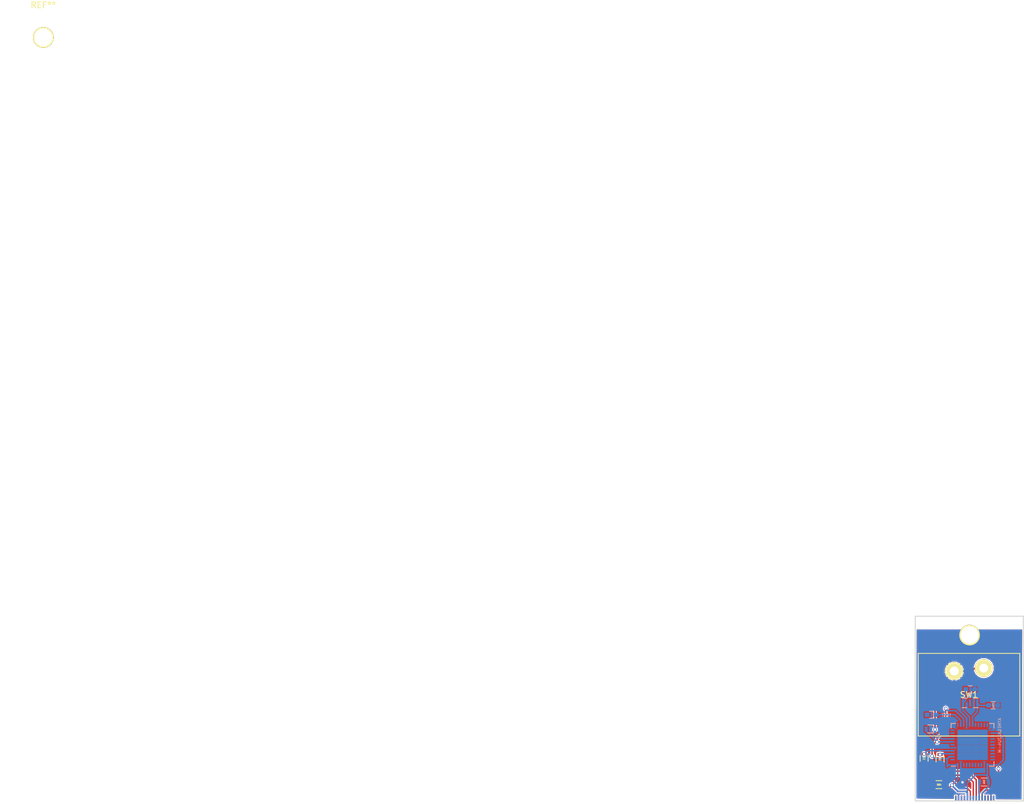
<source format=kicad_pcb>
(kicad_pcb (version 4) (host pcbnew 4.0.2-stable)

  (general
    (links 36)
    (no_connects 0)
    (area 147.624999 100.074999 166.075001 130.15)
    (thickness 1.6)
    (drawings 11)
    (tracks 126)
    (zones 0)
    (modules 15)
    (nets 54)
  )

  (page A4)
  (layers
    (0 F.Cu signal)
    (31 B.Cu signal)
    (32 B.Adhes user)
    (33 F.Adhes user)
    (34 B.Paste user)
    (35 F.Paste user)
    (36 B.SilkS user)
    (37 F.SilkS user)
    (38 B.Mask user)
    (39 F.Mask user)
    (40 Dwgs.User user)
    (41 Cmts.User user)
    (42 Eco1.User user)
    (43 Eco2.User user)
    (44 Edge.Cuts user)
    (45 Margin user)
    (46 B.CrtYd user)
    (47 F.CrtYd user)
    (48 B.Fab user)
    (49 F.Fab user)
  )

  (setup
    (last_trace_width 0.25)
    (trace_clearance 0.2)
    (zone_clearance 0.127)
    (zone_45_only no)
    (trace_min 0.2)
    (segment_width 0.2)
    (edge_width 0.15)
    (via_size 0.6)
    (via_drill 0.4)
    (via_min_size 0.4)
    (via_min_drill 0.3)
    (uvia_size 0.3)
    (uvia_drill 0.1)
    (uvias_allowed no)
    (uvia_min_size 0.2)
    (uvia_min_drill 0.1)
    (pcb_text_width 0.3)
    (pcb_text_size 1.5 1.5)
    (mod_edge_width 0.15)
    (mod_text_size 1 1)
    (mod_text_width 0.15)
    (pad_size 1.524 1.524)
    (pad_drill 0.762)
    (pad_to_mask_clearance 0.2)
    (aux_axis_origin 0 0)
    (visible_elements FFFFFF7F)
    (pcbplotparams
      (layerselection 0x00030_80000001)
      (usegerberextensions false)
      (excludeedgelayer true)
      (linewidth 0.100000)
      (plotframeref false)
      (viasonmask false)
      (mode 1)
      (useauxorigin false)
      (hpglpennumber 1)
      (hpglpenspeed 20)
      (hpglpendiameter 15)
      (hpglpenoverlay 2)
      (psnegative false)
      (psa4output false)
      (plotreference true)
      (plotvalue true)
      (plotinvisibletext false)
      (padsonsilk false)
      (subtractmaskfromsilk false)
      (outputformat 1)
      (mirror false)
      (drillshape 1)
      (scaleselection 1)
      (outputdirectory ""))
  )

  (net 0 "")
  (net 1 GND)
  (net 2 "Net-(C1-Pad2)")
  (net 3 "Net-(C2-Pad2)")
  (net 4 "Net-(R1-Pad1)")
  (net 5 /D+)
  (net 6 "Net-(R2-Pad1)")
  (net 7 /D-)
  (net 8 "Net-(R3-Pad1)")
  (net 9 /VCC)
  (net 10 "Net-(R4-Pad1)")
  (net 11 "Net-(R5-Pad1)")
  (net 12 "Net-(U1-Pad1)")
  (net 13 "Net-(U1-Pad6)")
  (net 14 "Net-(U1-Pad9)")
  (net 15 "Net-(U1-Pad10)")
  (net 16 "Net-(U1-Pad11)")
  (net 17 "Net-(U1-Pad12)")
  (net 18 "Net-(U1-Pad13)")
  (net 19 "Net-(U1-Pad18)")
  (net 20 "Net-(U1-Pad19)")
  (net 21 "Net-(U1-Pad20)")
  (net 22 "Net-(U1-Pad21)")
  (net 23 "Net-(U1-Pad22)")
  (net 24 "Net-(U1-Pad25)")
  (net 25 "Net-(U1-Pad26)")
  (net 26 "Net-(U1-Pad27)")
  (net 27 "Net-(U1-Pad28)")
  (net 28 "Net-(U1-Pad29)")
  (net 29 "Net-(U1-Pad30)")
  (net 30 "Net-(U1-Pad31)")
  (net 31 "Net-(U1-Pad32)")
  (net 32 "Net-(U1-Pad33)")
  (net 33 "Net-(U1-Pad36)")
  (net 34 "Net-(U1-Pad37)")
  (net 35 "Net-(U1-Pad38)")
  (net 36 "Net-(U1-Pad39)")
  (net 37 "Net-(U1-Pad40)")
  (net 38 "Net-(U1-Pad41)")
  (net 39 "Net-(U1-Pad42)")
  (net 40 "Net-(U2-PadA2)")
  (net 41 "Net-(U2-PadA3)")
  (net 42 "Net-(U2-PadA8)")
  (net 43 "Net-(U2-PadA10)")
  (net 44 "Net-(U2-PadA11)")
  (net 45 "Net-(U2-PadB2)")
  (net 46 "Net-(U2-PadB3)")
  (net 47 "Net-(U2-PadB6)")
  (net 48 "Net-(U2-PadB7)")
  (net 49 "Net-(U2-PadB8)")
  (net 50 "Net-(U2-PadB10)")
  (net 51 "Net-(U2-PadB11)")
  (net 52 "Net-(W1-Pad1)")
  (net 53 "Net-(X1-Pad2)")

  (net_class Default "This is the default net class."
    (clearance 0.2)
    (trace_width 0.25)
    (via_dia 0.6)
    (via_drill 0.4)
    (uvia_dia 0.3)
    (uvia_drill 0.1)
    (add_net /D+)
    (add_net /D-)
    (add_net /VCC)
    (add_net GND)
    (add_net "Net-(C1-Pad2)")
    (add_net "Net-(C2-Pad2)")
    (add_net "Net-(R1-Pad1)")
    (add_net "Net-(R2-Pad1)")
    (add_net "Net-(R3-Pad1)")
    (add_net "Net-(R4-Pad1)")
    (add_net "Net-(R5-Pad1)")
    (add_net "Net-(U1-Pad1)")
    (add_net "Net-(U1-Pad10)")
    (add_net "Net-(U1-Pad11)")
    (add_net "Net-(U1-Pad12)")
    (add_net "Net-(U1-Pad13)")
    (add_net "Net-(U1-Pad18)")
    (add_net "Net-(U1-Pad19)")
    (add_net "Net-(U1-Pad20)")
    (add_net "Net-(U1-Pad21)")
    (add_net "Net-(U1-Pad22)")
    (add_net "Net-(U1-Pad25)")
    (add_net "Net-(U1-Pad26)")
    (add_net "Net-(U1-Pad27)")
    (add_net "Net-(U1-Pad28)")
    (add_net "Net-(U1-Pad29)")
    (add_net "Net-(U1-Pad30)")
    (add_net "Net-(U1-Pad31)")
    (add_net "Net-(U1-Pad32)")
    (add_net "Net-(U1-Pad33)")
    (add_net "Net-(U1-Pad36)")
    (add_net "Net-(U1-Pad37)")
    (add_net "Net-(U1-Pad38)")
    (add_net "Net-(U1-Pad39)")
    (add_net "Net-(U1-Pad40)")
    (add_net "Net-(U1-Pad41)")
    (add_net "Net-(U1-Pad42)")
    (add_net "Net-(U1-Pad6)")
    (add_net "Net-(U1-Pad9)")
    (add_net "Net-(U2-PadA10)")
    (add_net "Net-(U2-PadA11)")
    (add_net "Net-(U2-PadA2)")
    (add_net "Net-(U2-PadA3)")
    (add_net "Net-(U2-PadA8)")
    (add_net "Net-(U2-PadB10)")
    (add_net "Net-(U2-PadB11)")
    (add_net "Net-(U2-PadB2)")
    (add_net "Net-(U2-PadB3)")
    (add_net "Net-(U2-PadB6)")
    (add_net "Net-(U2-PadB7)")
    (add_net "Net-(U2-PadB8)")
    (add_net "Net-(W1-Pad1)")
    (add_net "Net-(X1-Pad2)")
  )

  (module Mounting_Holes:MountingHole_4mm (layer F.Cu) (tedit 5811039A) (tstamp 58110414)
    (at 0 0)
    (descr "Mounting hole, Befestigungsbohrung, 4mm, No Annular, Kein Restring,")
    (tags "Mounting hole, Befestigungsbohrung, 4mm, No Annular, Kein Restring,")
    (fp_text reference REF** (at 0 -5.4991) (layer F.SilkS)
      (effects (font (size 1 1) (thickness 0.15)))
    )
    (fp_text value MountingHole_3mm (at 0 5.99948) (layer F.Fab)
      (effects (font (size 1 1) (thickness 0.15)))
    )
    (pad 1 thru_hole circle (at 0 0) (size 3.5 3.5) (drill 3) (layers *.Cu *.Mask F.SilkS))
  )

  (module Mounting_Holes:MountingHole_4mm (layer F.Cu) (tedit 5811039A) (tstamp 581103AC)
    (at 0 0)
    (descr "Mounting hole, Befestigungsbohrung, 4mm, No Annular, Kein Restring,")
    (tags "Mounting hole, Befestigungsbohrung, 4mm, No Annular, Kein Restring,")
    (fp_text reference REF** (at 0 -5.4991) (layer F.SilkS)
      (effects (font (size 1 1) (thickness 0.15)))
    )
    (fp_text value MountingHole_3mm (at 0 5.99948) (layer F.Fab)
      (effects (font (size 1 1) (thickness 0.15)))
    )
    (pad 1 thru_hole circle (at 0 0) (size 3.5 3.5) (drill 3) (layers *.Cu *.Mask F.SilkS))
  )

  (module usb-type-c:12401548E4#2A-usb-c (layer F.Cu) (tedit 58104CFB) (tstamp 58104911)
    (at 157.8 129.7)
    (path /58103FAE)
    (fp_text reference U2 (at 0 -1.9685) (layer F.SilkS) hide
      (effects (font (size 1 1) (thickness 0.15)))
    )
    (fp_text value USB_TYPE_C (at 0 -7.366) (layer F.Fab) hide
      (effects (font (size 1 1) (thickness 0.15)))
    )
    (pad A1 smd rect (at -2.7715 -0.795) (size 0.27 0.9) (layers F.Cu F.Paste F.Mask)
      (net 1 GND))
    (pad A2 smd rect (at -2.2715 -0.795) (size 0.27 0.9) (layers F.Cu F.Paste F.Mask)
      (net 40 "Net-(U2-PadA2)"))
    (pad A3 smd rect (at -1.7715 -0.795) (size 0.27 0.9) (layers F.Cu F.Paste F.Mask)
      (net 41 "Net-(U2-PadA3)"))
    (pad A4 smd rect (at -1.2715 -0.795) (size 0.27 0.9) (layers F.Cu F.Paste F.Mask)
      (net 9 /VCC))
    (pad A5 smd rect (at -0.7715 -0.795) (size 0.27 0.9) (layers F.Cu F.Paste F.Mask)
      (net 10 "Net-(R4-Pad1)"))
    (pad A6 smd rect (at -0.2715 -0.795) (size 0.27 0.9) (layers F.Cu F.Paste F.Mask)
      (net 5 /D+))
    (pad A7 smd rect (at 0.2285 -0.795) (size 0.27 0.9) (layers F.Cu F.Paste F.Mask)
      (net 7 /D-))
    (pad A8 smd rect (at 0.7285 -0.795) (size 0.27 0.9) (layers F.Cu F.Paste F.Mask)
      (net 42 "Net-(U2-PadA8)"))
    (pad A9 smd rect (at 1.2285 -0.795) (size 0.27 0.9) (layers F.Cu F.Paste F.Mask)
      (net 9 /VCC))
    (pad A10 smd rect (at 1.7285 -0.795) (size 0.27 0.9) (layers F.Cu F.Paste F.Mask)
      (net 43 "Net-(U2-PadA10)"))
    (pad A11 smd rect (at 2.2285 -0.795) (size 0.27 0.9) (layers F.Cu F.Paste F.Mask)
      (net 44 "Net-(U2-PadA11)"))
    (pad A12 smd rect (at 2.7285 -0.795) (size 0.27 0.9) (layers F.Cu F.Paste F.Mask)
      (net 1 GND))
    (pad B1 smd rect (at 2.7275 -0.7825) (size 0.27 0.8) (layers B.Cu F.Paste F.Mask)
      (net 1 GND))
    (pad B2 smd rect (at 2.2275 -0.7825) (size 0.27 0.8) (layers B.Cu F.Paste F.Mask)
      (net 45 "Net-(U2-PadB2)"))
    (pad B3 smd rect (at 1.7275 -0.7825) (size 0.27 0.8) (layers B.Cu F.Paste F.Mask)
      (net 46 "Net-(U2-PadB3)"))
    (pad B4 smd rect (at 1.2275 -0.7825) (size 0.27 0.8) (layers B.Cu F.Paste F.Mask)
      (net 9 /VCC))
    (pad B5 smd rect (at 0.7275 -0.7825) (size 0.27 0.8) (layers B.Cu F.Paste F.Mask)
      (net 11 "Net-(R5-Pad1)"))
    (pad B6 smd rect (at 0.2275 -0.7825) (size 0.27 0.8) (layers B.Cu F.Paste F.Mask)
      (net 47 "Net-(U2-PadB6)"))
    (pad B7 smd rect (at -0.2725 -0.7825) (size 0.27 0.8) (layers B.Cu F.Paste F.Mask)
      (net 48 "Net-(U2-PadB7)"))
    (pad B8 smd rect (at -0.7725 -0.7825) (size 0.27 0.8) (layers B.Cu F.Paste F.Mask)
      (net 49 "Net-(U2-PadB8)"))
    (pad B9 smd rect (at -1.2725 -0.7825) (size 0.27 0.8) (layers B.Cu F.Paste F.Mask)
      (net 9 /VCC))
    (pad B10 smd rect (at -1.7725 -0.7825) (size 0.27 0.8) (layers B.Cu F.Paste F.Mask)
      (net 50 "Net-(U2-PadB10)"))
    (pad B11 smd rect (at -2.2725 -0.7825) (size 0.27 0.8) (layers B.Cu F.Paste F.Mask)
      (net 51 "Net-(U2-PadB11)"))
    (pad B12 smd rect (at -2.7725 -0.7825) (size 0.27 0.8) (layers B.Cu F.Paste F.Mask)
      (net 1 GND))
    (pad "" smd rect (at -3.2385 -0.8255) (size 0.27 0.8) (layers F.Cu F.Paste F.Mask))
    (pad "" smd rect (at 3.175 -0.8255) (size 0.27 0.8) (layers F.Cu F.Paste F.Mask))
    (pad "" smd rect (at 3.175 -0.8255) (size 0.27 0.8) (layers B.Cu F.Paste F.Mask))
    (pad "" smd rect (at -3.2385 -0.762) (size 0.27 0.8) (layers B.Cu F.Paste F.Mask))
  )

  (module Capacitors_SMD:C_0603 (layer B.Cu) (tedit 58104BC4) (tstamp 58104887)
    (at 160.9 113.2 180)
    (descr "Capacitor SMD 0603, reflow soldering, AVX (see smccp.pdf)")
    (tags "capacitor 0603")
    (path /58103299)
    (attr smd)
    (fp_text reference C1 (at 0 1.9 180) (layer B.SilkS) hide
      (effects (font (size 1 1) (thickness 0.15)) (justify mirror))
    )
    (fp_text value 22p (at 0 0 270) (layer B.SilkS)
      (effects (font (size 0.3 0.3) (thickness 0.075)) (justify mirror))
    )
    (fp_line (start -1.45 0.75) (end 1.45 0.75) (layer B.CrtYd) (width 0.05))
    (fp_line (start -1.45 -0.75) (end 1.45 -0.75) (layer B.CrtYd) (width 0.05))
    (fp_line (start -1.45 0.75) (end -1.45 -0.75) (layer B.CrtYd) (width 0.05))
    (fp_line (start 1.45 0.75) (end 1.45 -0.75) (layer B.CrtYd) (width 0.05))
    (fp_line (start -0.35 0.6) (end 0.35 0.6) (layer B.SilkS) (width 0.15))
    (fp_line (start 0.35 -0.6) (end -0.35 -0.6) (layer B.SilkS) (width 0.15))
    (pad 1 smd rect (at -0.75 0 180) (size 0.8 0.75) (layers B.Cu B.Paste B.Mask)
      (net 1 GND))
    (pad 2 smd rect (at 0.75 0 180) (size 0.8 0.75) (layers B.Cu B.Paste B.Mask)
      (net 2 "Net-(C1-Pad2)"))
    (model Capacitors_SMD.3dshapes/C_0603.wrl
      (at (xyz 0 0 0))
      (scale (xyz 1 1 1))
      (rotate (xyz 0 0 0))
    )
  )

  (module Capacitors_SMD:C_0603 (layer B.Cu) (tedit 58104B43) (tstamp 5810488D)
    (at 157 110.5 180)
    (descr "Capacitor SMD 0603, reflow soldering, AVX (see smccp.pdf)")
    (tags "capacitor 0603")
    (path /581031EC)
    (attr smd)
    (fp_text reference C2 (at 0 1.9 180) (layer B.SilkS) hide
      (effects (font (size 1 1) (thickness 0.15)) (justify mirror))
    )
    (fp_text value 22p (at 0 0 270) (layer B.Fab)
      (effects (font (size 0.3 0.3) (thickness 0.075)) (justify mirror))
    )
    (fp_line (start -1.45 0.75) (end 1.45 0.75) (layer B.CrtYd) (width 0.05))
    (fp_line (start -1.45 -0.75) (end 1.45 -0.75) (layer B.CrtYd) (width 0.05))
    (fp_line (start -1.45 0.75) (end -1.45 -0.75) (layer B.CrtYd) (width 0.05))
    (fp_line (start 1.45 0.75) (end 1.45 -0.75) (layer B.CrtYd) (width 0.05))
    (fp_line (start -0.35 0.6) (end 0.35 0.6) (layer B.SilkS) (width 0.15))
    (fp_line (start 0.35 -0.6) (end -0.35 -0.6) (layer B.SilkS) (width 0.15))
    (pad 1 smd rect (at -0.75 0 180) (size 0.8 0.75) (layers B.Cu B.Paste B.Mask)
      (net 1 GND))
    (pad 2 smd rect (at 0.75 0 180) (size 0.8 0.75) (layers B.Cu B.Paste B.Mask)
      (net 3 "Net-(C2-Pad2)"))
    (model Capacitors_SMD.3dshapes/C_0603.wrl
      (at (xyz 0 0 0))
      (scale (xyz 1 1 1))
      (rotate (xyz 0 0 0))
    )
  )

  (module Resistors_SMD:R_0603 (layer F.Cu) (tedit 58104CB5) (tstamp 58104893)
    (at 149.2 122.2 270)
    (descr "Resistor SMD 0603, reflow soldering, Vishay (see dcrcw.pdf)")
    (tags "resistor 0603")
    (path /580FFD38)
    (attr smd)
    (fp_text reference R1 (at 0 -1.9 270) (layer F.SilkS) hide
      (effects (font (size 1 1) (thickness 0.15)))
    )
    (fp_text value 22 (at 0 0 270) (layer F.SilkS)
      (effects (font (size 0.31 0.3) (thickness 0.07)))
    )
    (fp_line (start -1.3 -0.8) (end 1.3 -0.8) (layer F.CrtYd) (width 0.05))
    (fp_line (start -1.3 0.8) (end 1.3 0.8) (layer F.CrtYd) (width 0.05))
    (fp_line (start -1.3 -0.8) (end -1.3 0.8) (layer F.CrtYd) (width 0.05))
    (fp_line (start 1.3 -0.8) (end 1.3 0.8) (layer F.CrtYd) (width 0.05))
    (fp_line (start 0.5 0.675) (end -0.5 0.675) (layer F.SilkS) (width 0.15))
    (fp_line (start -0.5 -0.675) (end 0.5 -0.675) (layer F.SilkS) (width 0.15))
    (pad 1 smd rect (at -0.75 0 270) (size 0.5 0.9) (layers F.Cu F.Paste F.Mask)
      (net 4 "Net-(R1-Pad1)"))
    (pad 2 smd rect (at 0.75 0 270) (size 0.5 0.9) (layers F.Cu F.Paste F.Mask)
      (net 5 /D+))
    (model Resistors_SMD.3dshapes/R_0603.wrl
      (at (xyz 0 0 0))
      (scale (xyz 1 1 1))
      (rotate (xyz 0 0 0))
    )
  )

  (module Resistors_SMD:R_0603 (layer F.Cu) (tedit 58104CAC) (tstamp 58104899)
    (at 151.9 122.3 270)
    (descr "Resistor SMD 0603, reflow soldering, Vishay (see dcrcw.pdf)")
    (tags "resistor 0603")
    (path /58100977)
    (attr smd)
    (fp_text reference R2 (at 0 -1.9 270) (layer F.SilkS) hide
      (effects (font (size 1 1) (thickness 0.15)))
    )
    (fp_text value 22 (at 0 0 270) (layer F.SilkS)
      (effects (font (size 0.31 0.3) (thickness 0.075)))
    )
    (fp_line (start -1.3 -0.8) (end 1.3 -0.8) (layer F.CrtYd) (width 0.05))
    (fp_line (start -1.3 0.8) (end 1.3 0.8) (layer F.CrtYd) (width 0.05))
    (fp_line (start -1.3 -0.8) (end -1.3 0.8) (layer F.CrtYd) (width 0.05))
    (fp_line (start 1.3 -0.8) (end 1.3 0.8) (layer F.CrtYd) (width 0.05))
    (fp_line (start 0.5 0.675) (end -0.5 0.675) (layer F.SilkS) (width 0.15))
    (fp_line (start -0.5 -0.675) (end 0.5 -0.675) (layer F.SilkS) (width 0.15))
    (pad 1 smd rect (at -0.75 0 270) (size 0.5 0.9) (layers F.Cu F.Paste F.Mask)
      (net 6 "Net-(R2-Pad1)"))
    (pad 2 smd rect (at 0.75 0 270) (size 0.5 0.9) (layers F.Cu F.Paste F.Mask)
      (net 7 /D-))
    (model Resistors_SMD.3dshapes/R_0603.wrl
      (at (xyz 0 0 0))
      (scale (xyz 1 1 1))
      (rotate (xyz 0 0 0))
    )
  )

  (module Resistors_SMD:R_0603 (layer B.Cu) (tedit 58104C3A) (tstamp 5810489F)
    (at 150.3 117.2 180)
    (descr "Resistor SMD 0603, reflow soldering, Vishay (see dcrcw.pdf)")
    (tags "resistor 0603")
    (path /58103A96)
    (attr smd)
    (fp_text reference R3 (at 0 1.9 180) (layer B.SilkS) hide
      (effects (font (size 1 1) (thickness 0.15)) (justify mirror))
    )
    (fp_text value 10m (at 0 0 270) (layer B.Fab)
      (effects (font (size 0.3 0.3) (thickness 0.07)) (justify mirror))
    )
    (fp_line (start -1.3 0.8) (end 1.3 0.8) (layer B.CrtYd) (width 0.05))
    (fp_line (start -1.3 -0.8) (end 1.3 -0.8) (layer B.CrtYd) (width 0.05))
    (fp_line (start -1.3 0.8) (end -1.3 -0.8) (layer B.CrtYd) (width 0.05))
    (fp_line (start 1.3 0.8) (end 1.3 -0.8) (layer B.CrtYd) (width 0.05))
    (fp_line (start 0.5 -0.675) (end -0.5 -0.675) (layer B.SilkS) (width 0.15))
    (fp_line (start -0.5 0.675) (end 0.5 0.675) (layer B.SilkS) (width 0.15))
    (pad 1 smd rect (at -0.75 0 180) (size 0.5 0.9) (layers B.Cu B.Paste B.Mask)
      (net 8 "Net-(R3-Pad1)"))
    (pad 2 smd rect (at 0.75 0 180) (size 0.5 0.9) (layers B.Cu B.Paste B.Mask)
      (net 9 /VCC))
    (model Resistors_SMD.3dshapes/R_0603.wrl
      (at (xyz 0 0 0))
      (scale (xyz 1 1 1))
      (rotate (xyz 0 0 0))
    )
  )

  (module Resistors_SMD:R_0603 (layer F.Cu) (tedit 5810FFF0) (tstamp 581048A5)
    (at 151.7 126.65 180)
    (descr "Resistor SMD 0603, reflow soldering, Vishay (see dcrcw.pdf)")
    (tags "resistor 0603")
    (path /581048DF)
    (attr smd)
    (fp_text reference R4 (at 0 -1.9 180) (layer F.SilkS) hide
      (effects (font (size 1 1) (thickness 0.15)))
    )
    (fp_text value 56k (at -0.05 0 180) (layer F.SilkS)
      (effects (font (size 0.3 0.3) (thickness 0.075)))
    )
    (fp_line (start -1.3 -0.8) (end 1.3 -0.8) (layer F.CrtYd) (width 0.05))
    (fp_line (start -1.3 0.8) (end 1.3 0.8) (layer F.CrtYd) (width 0.05))
    (fp_line (start -1.3 -0.8) (end -1.3 0.8) (layer F.CrtYd) (width 0.05))
    (fp_line (start 1.3 -0.8) (end 1.3 0.8) (layer F.CrtYd) (width 0.05))
    (fp_line (start 0.5 0.675) (end -0.5 0.675) (layer F.SilkS) (width 0.15))
    (fp_line (start -0.5 -0.675) (end 0.5 -0.675) (layer F.SilkS) (width 0.15))
    (pad 1 smd rect (at -0.75 0 180) (size 0.5 0.9) (layers F.Cu F.Paste F.Mask)
      (net 10 "Net-(R4-Pad1)"))
    (pad 2 smd rect (at 0.75 0 180) (size 0.5 0.9) (layers F.Cu F.Paste F.Mask)
      (net 9 /VCC))
    (model Resistors_SMD.3dshapes/R_0603.wrl
      (at (xyz 0 0 0))
      (scale (xyz 1 1 1))
      (rotate (xyz 0 0 0))
    )
  )

  (module Resistors_SMD:R_0603 (layer B.Cu) (tedit 58104D20) (tstamp 581048AB)
    (at 159.35 126.2)
    (descr "Resistor SMD 0603, reflow soldering, Vishay (see dcrcw.pdf)")
    (tags "resistor 0603")
    (path /58104A0E)
    (attr smd)
    (fp_text reference R5 (at 0 1.9) (layer B.SilkS) hide
      (effects (font (size 1 1) (thickness 0.15)) (justify mirror))
    )
    (fp_text value 56k (at 0 0 90) (layer B.SilkS)
      (effects (font (size 0.31 0.3) (thickness 0.075)) (justify mirror))
    )
    (fp_line (start -1.3 0.8) (end 1.3 0.8) (layer B.CrtYd) (width 0.05))
    (fp_line (start -1.3 -0.8) (end 1.3 -0.8) (layer B.CrtYd) (width 0.05))
    (fp_line (start -1.3 0.8) (end -1.3 -0.8) (layer B.CrtYd) (width 0.05))
    (fp_line (start 1.3 0.8) (end 1.3 -0.8) (layer B.CrtYd) (width 0.05))
    (fp_line (start 0.5 -0.675) (end -0.5 -0.675) (layer B.SilkS) (width 0.15))
    (fp_line (start -0.5 0.675) (end 0.5 0.675) (layer B.SilkS) (width 0.15))
    (pad 1 smd rect (at -0.75 0) (size 0.5 0.9) (layers B.Cu B.Paste B.Mask)
      (net 11 "Net-(R5-Pad1)"))
    (pad 2 smd rect (at 0.75 0) (size 0.5 0.9) (layers B.Cu B.Paste B.Mask)
      (net 9 /VCC))
    (model Resistors_SMD.3dshapes/R_0603.wrl
      (at (xyz 0 0 0))
      (scale (xyz 1 1 1))
      (rotate (xyz 0 0 0))
    )
  )

  (module Buttons_Switches_ThroughHole:SW_Matias_Quiet (layer F.Cu) (tedit 545FEB3B) (tstamp 581048B1)
    (at 154.3 107.4)
    (descr http://matias.ca/switches/quiet/)
    (tags "Matias, quiet, keyboard, key, switch")
    (path /580FFB63)
    (fp_text reference SW1 (at 2.5 4) (layer F.SilkS)
      (effects (font (size 1 1) (thickness 0.15)))
    )
    (fp_text value SPST (at 2.5 6.54) (layer F.Fab)
      (effects (font (size 1 1) (thickness 0.15)))
    )
    (fp_line (start -6.1 -3) (end 11.1 -3) (layer F.SilkS) (width 0.15))
    (fp_line (start 11.1 -3) (end 11.1 11) (layer F.SilkS) (width 0.15))
    (fp_line (start 11.1 11) (end -6.1 11) (layer F.SilkS) (width 0.15))
    (fp_line (start -6.1 11) (end -6.1 -3) (layer F.SilkS) (width 0.15))
    (pad 1 thru_hole circle (at 0 0) (size 3 3) (drill 1.5) (layers *.Cu *.Mask F.SilkS)
      (net 1 GND))
    (pad 2 thru_hole circle (at 5 -0.5) (size 3 3) (drill 1.5) (layers *.Cu *.Mask F.SilkS)
      (net 8 "Net-(R3-Pad1)"))
  )

  (module Housings_DFN_QFN:QFN-44-1EP_7x7mm_Pitch0.5mm (layer B.Cu) (tedit 58104CE2) (tstamp 581048F1)
    (at 157.4 119.9)
    (descr "UK Package; 44-Lead Plastic QFN (7mm x 7mm); (see Linear Technology QFN_44_05-08-1763.pdf)")
    (tags "QFN 0.5")
    (path /58100B96)
    (attr smd)
    (fp_text reference U1 (at 0 4.75) (layer B.SilkS) hide
      (effects (font (size 1 1) (thickness 0.15)) (justify mirror))
    )
    (fp_text value ATMEGA32U4-M (at 4.6 -1.6 90) (layer B.SilkS)
      (effects (font (size 0.5 0.5) (thickness 0.075)) (justify mirror))
    )
    (fp_line (start -4 4) (end -4 -4) (layer B.CrtYd) (width 0.05))
    (fp_line (start 4 4) (end 4 -4) (layer B.CrtYd) (width 0.05))
    (fp_line (start -4 4) (end 4 4) (layer B.CrtYd) (width 0.05))
    (fp_line (start -4 -4) (end 4 -4) (layer B.CrtYd) (width 0.05))
    (fp_line (start 3.625 3.625) (end 3.625 2.85) (layer B.SilkS) (width 0.15))
    (fp_line (start -3.625 -3.625) (end -3.625 -2.85) (layer B.SilkS) (width 0.15))
    (fp_line (start 3.625 -3.625) (end 3.625 -2.85) (layer B.SilkS) (width 0.15))
    (fp_line (start -3.625 3.625) (end -2.85 3.625) (layer B.SilkS) (width 0.15))
    (fp_line (start -3.625 -3.625) (end -2.85 -3.625) (layer B.SilkS) (width 0.15))
    (fp_line (start 3.625 -3.625) (end 2.85 -3.625) (layer B.SilkS) (width 0.15))
    (fp_line (start 3.625 3.625) (end 2.85 3.625) (layer B.SilkS) (width 0.15))
    (pad 1 smd rect (at -3.4 2.5) (size 0.7 0.25) (layers B.Cu B.Paste B.Mask)
      (net 12 "Net-(U1-Pad1)"))
    (pad 2 smd rect (at -3.4 2) (size 0.7 0.25) (layers B.Cu B.Paste B.Mask)
      (net 9 /VCC))
    (pad 3 smd rect (at -3.4 1.5) (size 0.7 0.25) (layers B.Cu B.Paste B.Mask)
      (net 6 "Net-(R2-Pad1)"))
    (pad 4 smd rect (at -3.4 1) (size 0.7 0.25) (layers B.Cu B.Paste B.Mask)
      (net 4 "Net-(R1-Pad1)"))
    (pad 5 smd rect (at -3.4 0.5) (size 0.7 0.25) (layers B.Cu B.Paste B.Mask)
      (net 1 GND))
    (pad 6 smd rect (at -3.4 0) (size 0.7 0.25) (layers B.Cu B.Paste B.Mask)
      (net 13 "Net-(U1-Pad6)"))
    (pad 7 smd rect (at -3.4 -0.5) (size 0.7 0.25) (layers B.Cu B.Paste B.Mask)
      (net 9 /VCC))
    (pad 8 smd rect (at -3.4 -1) (size 0.7 0.25) (layers B.Cu B.Paste B.Mask)
      (net 8 "Net-(R3-Pad1)"))
    (pad 9 smd rect (at -3.4 -1.5) (size 0.7 0.25) (layers B.Cu B.Paste B.Mask)
      (net 14 "Net-(U1-Pad9)"))
    (pad 10 smd rect (at -3.4 -2) (size 0.7 0.25) (layers B.Cu B.Paste B.Mask)
      (net 15 "Net-(U1-Pad10)"))
    (pad 11 smd rect (at -3.4 -2.5) (size 0.7 0.25) (layers B.Cu B.Paste B.Mask)
      (net 16 "Net-(U1-Pad11)"))
    (pad 12 smd rect (at -2.5 -3.4 270) (size 0.7 0.25) (layers B.Cu B.Paste B.Mask)
      (net 17 "Net-(U1-Pad12)"))
    (pad 13 smd rect (at -2 -3.4 270) (size 0.7 0.25) (layers B.Cu B.Paste B.Mask)
      (net 18 "Net-(U1-Pad13)"))
    (pad 14 smd rect (at -1.5 -3.4 270) (size 0.7 0.25) (layers B.Cu B.Paste B.Mask)
      (net 9 /VCC))
    (pad 15 smd rect (at -1 -3.4 270) (size 0.7 0.25) (layers B.Cu B.Paste B.Mask)
      (net 1 GND))
    (pad 16 smd rect (at -0.5 -3.4 270) (size 0.7 0.25) (layers B.Cu B.Paste B.Mask)
      (net 3 "Net-(C2-Pad2)"))
    (pad 17 smd rect (at 0 -3.4 270) (size 0.7 0.25) (layers B.Cu B.Paste B.Mask)
      (net 2 "Net-(C1-Pad2)"))
    (pad 18 smd rect (at 0.5 -3.4 270) (size 0.7 0.25) (layers B.Cu B.Paste B.Mask)
      (net 19 "Net-(U1-Pad18)"))
    (pad 19 smd rect (at 1 -3.4 270) (size 0.7 0.25) (layers B.Cu B.Paste B.Mask)
      (net 20 "Net-(U1-Pad19)"))
    (pad 20 smd rect (at 1.5 -3.4 270) (size 0.7 0.25) (layers B.Cu B.Paste B.Mask)
      (net 21 "Net-(U1-Pad20)"))
    (pad 21 smd rect (at 2 -3.4 270) (size 0.7 0.25) (layers B.Cu B.Paste B.Mask)
      (net 22 "Net-(U1-Pad21)"))
    (pad 22 smd rect (at 2.5 -3.4 270) (size 0.7 0.25) (layers B.Cu B.Paste B.Mask)
      (net 23 "Net-(U1-Pad22)"))
    (pad 23 smd rect (at 3.4 -2.5) (size 0.7 0.25) (layers B.Cu B.Paste B.Mask)
      (net 1 GND))
    (pad 24 smd rect (at 3.4 -2) (size 0.7 0.25) (layers B.Cu B.Paste B.Mask)
      (net 9 /VCC))
    (pad 25 smd rect (at 3.4 -1.5) (size 0.7 0.25) (layers B.Cu B.Paste B.Mask)
      (net 24 "Net-(U1-Pad25)"))
    (pad 26 smd rect (at 3.4 -1) (size 0.7 0.25) (layers B.Cu B.Paste B.Mask)
      (net 25 "Net-(U1-Pad26)"))
    (pad 27 smd rect (at 3.4 -0.5) (size 0.7 0.25) (layers B.Cu B.Paste B.Mask)
      (net 26 "Net-(U1-Pad27)"))
    (pad 28 smd rect (at 3.4 0) (size 0.7 0.25) (layers B.Cu B.Paste B.Mask)
      (net 27 "Net-(U1-Pad28)"))
    (pad 29 smd rect (at 3.4 0.5) (size 0.7 0.25) (layers B.Cu B.Paste B.Mask)
      (net 28 "Net-(U1-Pad29)"))
    (pad 30 smd rect (at 3.4 1) (size 0.7 0.25) (layers B.Cu B.Paste B.Mask)
      (net 29 "Net-(U1-Pad30)"))
    (pad 31 smd rect (at 3.4 1.5) (size 0.7 0.25) (layers B.Cu B.Paste B.Mask)
      (net 30 "Net-(U1-Pad31)"))
    (pad 32 smd rect (at 3.4 2) (size 0.7 0.25) (layers B.Cu B.Paste B.Mask)
      (net 31 "Net-(U1-Pad32)"))
    (pad 33 smd rect (at 3.4 2.5) (size 0.7 0.25) (layers B.Cu B.Paste B.Mask)
      (net 32 "Net-(U1-Pad33)"))
    (pad 34 smd rect (at 2.5 3.4 270) (size 0.7 0.25) (layers B.Cu B.Paste B.Mask)
      (net 9 /VCC))
    (pad 35 smd rect (at 2 3.4 270) (size 0.7 0.25) (layers B.Cu B.Paste B.Mask)
      (net 1 GND))
    (pad 36 smd rect (at 1.5 3.4 270) (size 0.7 0.25) (layers B.Cu B.Paste B.Mask)
      (net 33 "Net-(U1-Pad36)"))
    (pad 37 smd rect (at 1 3.4 270) (size 0.7 0.25) (layers B.Cu B.Paste B.Mask)
      (net 34 "Net-(U1-Pad37)"))
    (pad 38 smd rect (at 0.5 3.4 270) (size 0.7 0.25) (layers B.Cu B.Paste B.Mask)
      (net 35 "Net-(U1-Pad38)"))
    (pad 39 smd rect (at 0 3.4 270) (size 0.7 0.25) (layers B.Cu B.Paste B.Mask)
      (net 36 "Net-(U1-Pad39)"))
    (pad 40 smd rect (at -0.5 3.4 270) (size 0.7 0.25) (layers B.Cu B.Paste B.Mask)
      (net 37 "Net-(U1-Pad40)"))
    (pad 41 smd rect (at -1 3.4 270) (size 0.7 0.25) (layers B.Cu B.Paste B.Mask)
      (net 38 "Net-(U1-Pad41)"))
    (pad 42 smd rect (at -1.5 3.4 270) (size 0.7 0.25) (layers B.Cu B.Paste B.Mask)
      (net 39 "Net-(U1-Pad42)"))
    (pad 43 smd rect (at -2 3.4 270) (size 0.7 0.25) (layers B.Cu B.Paste B.Mask)
      (net 1 GND))
    (pad 44 smd rect (at -2.5 3.4 270) (size 0.7 0.25) (layers B.Cu B.Paste B.Mask)
      (net 9 /VCC))
    (pad 45 smd rect (at 1.93125 -1.93125) (size 1.2875 1.2875) (layers B.Cu B.Paste B.Mask)
      (solder_paste_margin_ratio -0.2))
    (pad 45 smd rect (at 1.93125 -0.64375) (size 1.2875 1.2875) (layers B.Cu B.Paste B.Mask)
      (solder_paste_margin_ratio -0.2))
    (pad 45 smd rect (at 1.93125 0.64375) (size 1.2875 1.2875) (layers B.Cu B.Paste B.Mask)
      (solder_paste_margin_ratio -0.2))
    (pad 45 smd rect (at 1.93125 1.93125) (size 1.2875 1.2875) (layers B.Cu B.Paste B.Mask)
      (solder_paste_margin_ratio -0.2))
    (pad 45 smd rect (at 0.64375 -1.93125) (size 1.2875 1.2875) (layers B.Cu B.Paste B.Mask)
      (solder_paste_margin_ratio -0.2))
    (pad 45 smd rect (at 0.64375 -0.64375) (size 1.2875 1.2875) (layers B.Cu B.Paste B.Mask)
      (solder_paste_margin_ratio -0.2))
    (pad 45 smd rect (at 0.64375 0.64375) (size 1.2875 1.2875) (layers B.Cu B.Paste B.Mask)
      (solder_paste_margin_ratio -0.2))
    (pad 45 smd rect (at 0.64375 1.93125) (size 1.2875 1.2875) (layers B.Cu B.Paste B.Mask)
      (solder_paste_margin_ratio -0.2))
    (pad 45 smd rect (at -0.64375 -1.93125) (size 1.2875 1.2875) (layers B.Cu B.Paste B.Mask)
      (solder_paste_margin_ratio -0.2))
    (pad 45 smd rect (at -0.64375 -0.64375) (size 1.2875 1.2875) (layers B.Cu B.Paste B.Mask)
      (solder_paste_margin_ratio -0.2))
    (pad 45 smd rect (at -0.64375 0.64375) (size 1.2875 1.2875) (layers B.Cu B.Paste B.Mask)
      (solder_paste_margin_ratio -0.2))
    (pad 45 smd rect (at -0.64375 1.93125) (size 1.2875 1.2875) (layers B.Cu B.Paste B.Mask)
      (solder_paste_margin_ratio -0.2))
    (pad 45 smd rect (at -1.93125 -1.93125) (size 1.2875 1.2875) (layers B.Cu B.Paste B.Mask)
      (solder_paste_margin_ratio -0.2))
    (pad 45 smd rect (at -1.93125 -0.64375) (size 1.2875 1.2875) (layers B.Cu B.Paste B.Mask)
      (solder_paste_margin_ratio -0.2))
    (pad 45 smd rect (at -1.93125 0.64375) (size 1.2875 1.2875) (layers B.Cu B.Paste B.Mask)
      (solder_paste_margin_ratio -0.2))
    (pad 45 smd rect (at -1.93125 1.93125) (size 1.2875 1.2875) (layers B.Cu B.Paste B.Mask)
      (solder_paste_margin_ratio -0.2))
    (model Housings_DFN_QFN.3dshapes/QFN-44-1EP_7x7mm_Pitch0.5mm.wrl
      (at (xyz 0 0 0))
      (scale (xyz 1 1 1))
      (rotate (xyz 0 0 0))
    )
  )

  (module Capacitors_SMD:C_0603 (layer B.Cu) (tedit 58104C20) (tstamp 58104917)
    (at 150.45 114.8)
    (descr "Capacitor SMD 0603, reflow soldering, AVX (see smccp.pdf)")
    (tags "capacitor 0603")
    (path /58103A0E)
    (attr smd)
    (fp_text reference W1 (at 0 1.9) (layer B.SilkS) hide
      (effects (font (size 1 1) (thickness 0.15)) (justify mirror))
    )
    (fp_text value TEST (at 2.5 0.1) (layer B.SilkS)
      (effects (font (size 0.51 0.5) (thickness 0.07)) (justify mirror))
    )
    (fp_line (start -1.45 0.75) (end 1.45 0.75) (layer B.CrtYd) (width 0.05))
    (fp_line (start -1.45 -0.75) (end 1.45 -0.75) (layer B.CrtYd) (width 0.05))
    (fp_line (start -1.45 0.75) (end -1.45 -0.75) (layer B.CrtYd) (width 0.05))
    (fp_line (start 1.45 0.75) (end 1.45 -0.75) (layer B.CrtYd) (width 0.05))
    (fp_line (start -0.35 0.6) (end 0.35 0.6) (layer B.SilkS) (width 0.15))
    (fp_line (start 0.35 -0.6) (end -0.35 -0.6) (layer B.SilkS) (width 0.15))
    (pad 1 smd rect (at -0.75 0) (size 0.8 0.75) (layers B.Cu B.Paste B.Mask)
      (net 52 "Net-(W1-Pad1)"))
    (pad 2 smd rect (at 0.75 0) (size 0.8 0.75) (layers B.Cu B.Paste B.Mask)
      (net 18 "Net-(U1-Pad13)"))
    (model Capacitors_SMD.3dshapes/C_0603.wrl
      (at (xyz 0 0 0))
      (scale (xyz 1 1 1))
      (rotate (xyz 0 0 0))
    )
  )

  (module Crystals:Res_kyocera (layer B.Cu) (tedit 581037EA) (tstamp 5810491E)
    (at 157 112.8 180)
    (descr "Murata CSTCC8M00G53-R0; 8MHz resonator, SMD, 0.5+0.3%; Farnell (Element 14) #1170435")
    (tags resonator)
    (path /581038AE)
    (attr smd)
    (fp_text reference X1 (at 0.127 1.3335 180) (layer B.SilkS)
      (effects (font (size 0.51 0.5) (thickness 0.075)) (justify mirror))
    )
    (fp_text value XTAL (at 0 -1.143 180) (layer B.Fab)
      (effects (font (size 0.31 0.3) (thickness 0.075)) (justify mirror))
    )
    (fp_line (start -0.5825 0.8015) (end -1.3825 0.8015) (layer B.SilkS) (width 0.15))
    (fp_line (start 1.319 0.8015) (end 0.519 0.8015) (layer B.SilkS) (width 0.15))
    (fp_line (start 0.5825 -0.8015) (end 1.3825 -0.8015) (layer B.SilkS) (width 0.15))
    (fp_line (start -1.3825 -0.8015) (end -0.5825 -0.8015) (layer B.SilkS) (width 0.15))
    (pad 1 smd rect (at -1.2 0 180) (size 0.4 1.3) (layers B.Cu B.Paste B.Mask)
      (net 2 "Net-(C1-Pad2)"))
    (pad 2 smd rect (at 0 0 180) (size 0.4 1.3) (layers B.Cu B.Paste B.Mask)
      (net 53 "Net-(X1-Pad2)"))
    (pad 3 smd rect (at 1.2 0 180) (size 0.4 1.3) (layers B.Cu B.Paste B.Mask)
      (net 3 "Net-(C2-Pad2)"))
  )

  (module Mounting_Holes:MountingHole3mm (layer F.Cu) (tedit 58110484) (tstamp 58110455)
    (at 156.9 101.3)
    (descr "Mounting hole, Befestigungsbohrung, 4mm, No Annular, Kein Restring,")
    (tags "Mounting hole, Befestigungsbohrung, 4mm, No Annular, Kein Restring,")
    (fp_text reference REF** (at 0 -5.4991) (layer F.SilkS) hide
      (effects (font (size 1 1) (thickness 0.15)))
    )
    (fp_text value MountingHole_3mm (at 0 5.99948) (layer F.Fab) hide
      (effects (font (size 1 1) (thickness 0.15)))
    )
    (pad 1 thru_hole circle (at 0 0) (size 3.5 3.5) (drill 3) (layers *.Cu *.Mask F.SilkS))
  )

  (gr_line (start 166 100.1) (end 166 98.1) (angle 90) (layer Edge.Cuts) (width 0.15))
  (gr_line (start 147.7 98.25) (end 147.7 98.15) (angle 90) (layer Edge.Cuts) (width 0.15))
  (gr_line (start 147.7 100.2) (end 147.7 98.25) (angle 90) (layer Edge.Cuts) (width 0.15))
  (gr_line (start 166 100.15) (end 166 107.2) (angle 90) (layer Edge.Cuts) (width 0.15))
  (gr_line (start 165.65 98.1) (end 166.05 98.1) (angle 90) (layer Edge.Cuts) (width 0.15))
  (gr_line (start 147.7 98.1) (end 165.6 98.1) (angle 90) (layer Edge.Cuts) (width 0.15))
  (gr_line (start 147.7 107.05) (end 147.7 100.2) (angle 90) (layer Edge.Cuts) (width 0.15))
  (gr_line (start 147.7 129.4) (end 147.7 107.1) (angle 90) (layer Edge.Cuts) (width 0.15))
  (gr_line (start 166 129.4) (end 147.7 129.4) (angle 90) (layer Edge.Cuts) (width 0.15))
  (gr_line (start 166 119.1) (end 166 129.4) (angle 90) (layer Edge.Cuts) (width 0.15))
  (gr_line (start 166 107.2) (end 166 119.1) (angle 90) (layer Edge.Cuts) (width 0.15))

  (segment (start 155.4 123.3) (end 155.4 125.95) (width 0.25) (layer B.Cu) (net 1))
  (via (at 155.7 126.25) (size 0.6) (drill 0.4) (layers F.Cu B.Cu) (net 1))
  (segment (start 155.4 125.95) (end 155.7 126.25) (width 0.25) (layer B.Cu) (net 1) (tstamp 581100F4))
  (segment (start 156.4 116.5) (end 156.4 115.35) (width 0.25) (layer B.Cu) (net 1))
  (segment (start 154.3 113.25) (end 154.3 107.4) (width 0.25) (layer B.Cu) (net 1) (tstamp 5810FCD2))
  (segment (start 156.4 115.35) (end 154.3 113.25) (width 0.25) (layer B.Cu) (net 1) (tstamp 5810FCCE))
  (segment (start 157.75 110.5) (end 157.75 108.95) (width 0.25) (layer B.Cu) (net 1))
  (segment (start 156.2 107.4) (end 154.3 107.4) (width 0.25) (layer B.Cu) (net 1) (tstamp 58104F26))
  (segment (start 157.75 108.95) (end 156.2 107.4) (width 0.25) (layer B.Cu) (net 1) (tstamp 58104F22))
  (segment (start 161.65 113.2) (end 161.65 116.55) (width 0.25) (layer B.Cu) (net 1))
  (segment (start 161.65 116.55) (end 160.8 117.4) (width 0.25) (layer B.Cu) (net 1) (tstamp 58104E88))
  (segment (start 157.75 110.5) (end 161.2 110.5) (width 0.25) (layer B.Cu) (net 1))
  (segment (start 161.65 110.95) (end 161.65 113.2) (width 0.25) (layer B.Cu) (net 1) (tstamp 58104E47))
  (segment (start 161.2 110.5) (end 161.65 110.95) (width 0.25) (layer B.Cu) (net 1) (tstamp 58104E46))
  (segment (start 154.3 107.4) (end 154.65 107.4) (width 0.25) (layer B.Cu) (net 1))
  (segment (start 158.2 112.8) (end 158.2 114.3) (width 0.25) (layer B.Cu) (net 2))
  (segment (start 157.4 115.1) (end 157.4 116.5) (width 0.25) (layer B.Cu) (net 2) (tstamp 58104E51))
  (segment (start 158.2 114.3) (end 157.4 115.1) (width 0.25) (layer B.Cu) (net 2) (tstamp 58104E50))
  (segment (start 160.15 113.2) (end 158.6 113.2) (width 0.25) (layer B.Cu) (net 2))
  (segment (start 158.6 113.2) (end 158.2 112.8) (width 0.25) (layer B.Cu) (net 2) (tstamp 58104E4A))
  (segment (start 155.8 112.8) (end 155.8 114.1) (width 0.25) (layer B.Cu) (net 3))
  (segment (start 156.9 115.2) (end 156.9 116.5) (width 0.25) (layer B.Cu) (net 3) (tstamp 58104E56))
  (segment (start 155.8 114.1) (end 156.9 115.2) (width 0.25) (layer B.Cu) (net 3) (tstamp 58104E54))
  (segment (start 156.25 110.5) (end 156.25 112.35) (width 0.25) (layer B.Cu) (net 3))
  (segment (start 156.25 112.35) (end 155.8 112.8) (width 0.25) (layer B.Cu) (net 3) (tstamp 58104E4D))
  (segment (start 154 120.9) (end 149.75 120.9) (width 0.25) (layer B.Cu) (net 4))
  (via (at 149.2 121.45) (size 0.6) (drill 0.4) (layers F.Cu B.Cu) (net 4))
  (segment (start 149.75 120.9) (end 149.2 121.45) (width 0.25) (layer B.Cu) (net 4) (tstamp 5810E3B5))
  (segment (start 149.2 122.95) (end 149.2 123.75) (width 0.25) (layer F.Cu) (net 5))
  (segment (start 157.5285 126.2285) (end 157.5285 128.855002) (width 0.25) (layer F.Cu) (net 5) (tstamp 5810E7A3))
  (segment (start 156.35 125.05) (end 157.5285 126.2285) (width 0.25) (layer F.Cu) (net 5) (tstamp 5810E79F))
  (segment (start 150.5 125.05) (end 156.35 125.05) (width 0.25) (layer F.Cu) (net 5) (tstamp 5810E79B))
  (segment (start 149.2 123.75) (end 150.5 125.05) (width 0.25) (layer F.Cu) (net 5) (tstamp 5810E798))
  (segment (start 157.5285 128.855002) (end 157.478502 128.905) (width 0.25) (layer F.Cu) (net 5) (tstamp 5810E7AA))
  (segment (start 157.478502 128.905) (end 157.5285 128.905) (width 0.25) (layer F.Cu) (net 5) (tstamp 5810E7AB))
  (segment (start 154 121.4) (end 152.05 121.4) (width 0.25) (layer B.Cu) (net 6))
  (via (at 151.9 121.55) (size 0.6) (drill 0.4) (layers F.Cu B.Cu) (net 6))
  (segment (start 152.05 121.4) (end 151.9 121.55) (width 0.25) (layer B.Cu) (net 6) (tstamp 5810E3D4))
  (segment (start 151.9 123.05) (end 151.9 123.6) (width 0.25) (layer F.Cu) (net 7))
  (segment (start 158.0285 125.8285) (end 158.0285 128.905) (width 0.25) (layer F.Cu) (net 7) (tstamp 5810E791))
  (segment (start 156.55 124.35) (end 158.0285 125.8285) (width 0.25) (layer F.Cu) (net 7) (tstamp 5810E78C))
  (segment (start 152.65 124.35) (end 156.55 124.35) (width 0.25) (layer F.Cu) (net 7) (tstamp 5810E787))
  (segment (start 151.9 123.6) (end 152.65 124.35) (width 0.25) (layer F.Cu) (net 7) (tstamp 5810E783))
  (segment (start 159.3 106.9) (end 157.8 106.9) (width 0.25) (layer F.Cu) (net 8))
  (segment (start 157.8 106.9) (end 151.05 113.65) (width 0.25) (layer F.Cu) (net 8) (tstamp 58104EC2))
  (segment (start 151.05 117.3) (end 151.05 117.2) (width 0.25) (layer B.Cu) (net 8) (tstamp 58104ED3))
  (via (at 151.05 117.3) (size 0.6) (drill 0.4) (layers F.Cu B.Cu) (net 8))
  (segment (start 151.05 113.65) (end 151.05 117.3) (width 0.25) (layer F.Cu) (net 8) (tstamp 58104ECB))
  (segment (start 151.05 117.2) (end 151.05 117.75) (width 0.25) (layer B.Cu) (net 8))
  (segment (start 152.2 118.9) (end 154 118.9) (width 0.25) (layer B.Cu) (net 8) (tstamp 58104E70))
  (segment (start 151.05 117.75) (end 152.2 118.9) (width 0.25) (layer B.Cu) (net 8) (tstamp 58104E7B))
  (segment (start 160.1 126.2) (end 160.1 125.4) (width 0.25) (layer B.Cu) (net 9))
  (segment (start 156.5275 126.3725) (end 156.5275 128.9175) (width 0.25) (layer B.Cu) (net 9) (tstamp 581101D3))
  (segment (start 157.9 125) (end 156.5275 126.3725) (width 0.25) (layer B.Cu) (net 9) (tstamp 581101CE))
  (segment (start 159.7 125) (end 157.9 125) (width 0.25) (layer B.Cu) (net 9) (tstamp 581101CB))
  (segment (start 160.1 125.4) (end 159.7 125) (width 0.25) (layer B.Cu) (net 9) (tstamp 581101C9))
  (segment (start 159.0285 128.905) (end 159.0285 128.1715) (width 0.25) (layer F.Cu) (net 9))
  (segment (start 161.75 123.9) (end 161.75 123.3) (width 0.25) (layer B.Cu) (net 9) (tstamp 58110186))
  (segment (start 161.8 123.95) (end 161.75 123.9) (width 0.25) (layer B.Cu) (net 9) (tstamp 58110185))
  (via (at 161.8 123.95) (size 0.6) (drill 0.4) (layers F.Cu B.Cu) (net 9))
  (segment (start 161.8 126.85) (end 161.8 123.95) (width 0.25) (layer F.Cu) (net 9) (tstamp 5811017A))
  (segment (start 161.1 127.55) (end 161.8 126.85) (width 0.25) (layer F.Cu) (net 9) (tstamp 58110178))
  (segment (start 159.65 127.55) (end 161.1 127.55) (width 0.25) (layer F.Cu) (net 9) (tstamp 58110177))
  (segment (start 159.0285 128.1715) (end 159.65 127.55) (width 0.25) (layer F.Cu) (net 9) (tstamp 58110173))
  (segment (start 156.5275 128.9175) (end 156.5275 128.0775) (width 0.25) (layer B.Cu) (net 9))
  (segment (start 156.5275 128.0775) (end 156.25 127.8) (width 0.25) (layer B.Cu) (net 9) (tstamp 581100BC))
  (segment (start 156.25 127.8) (end 154.95 127.8) (width 0.25) (layer B.Cu) (net 9) (tstamp 581100BF))
  (segment (start 154.95 127.8) (end 153.9 126.75) (width 0.25) (layer B.Cu) (net 9) (tstamp 581100C5))
  (segment (start 153.1 122.25) (end 151 122.25) (width 0.25) (layer B.Cu) (net 9))
  (segment (start 151.2 119.4) (end 151.4 119.4) (width 0.25) (layer F.Cu) (net 9) (tstamp 58110095))
  (segment (start 150.55 120.05) (end 151.2 119.4) (width 0.25) (layer F.Cu) (net 9) (tstamp 58110092))
  (segment (start 150.55 121.8) (end 150.55 120.05) (width 0.25) (layer F.Cu) (net 9) (tstamp 58110091))
  (via (at 150.55 121.8) (size 0.6) (drill 0.4) (layers F.Cu B.Cu) (net 9))
  (segment (start 151 122.25) (end 150.55 121.8) (width 0.25) (layer B.Cu) (net 9) (tstamp 5811008A))
  (segment (start 154.9 123.3) (end 154.9 125.75) (width 0.25) (layer B.Cu) (net 9))
  (via (at 153.9 126.75) (size 0.6) (drill 0.4) (layers F.Cu B.Cu) (net 9))
  (segment (start 154.9 125.75) (end 153.9 126.75) (width 0.25) (layer B.Cu) (net 9) (tstamp 58110046))
  (segment (start 150.95 126.65) (end 150.95 126.9) (width 0.25) (layer F.Cu) (net 9))
  (segment (start 150.95 126.9) (end 151.8 127.75) (width 0.25) (layer F.Cu) (net 9) (tstamp 5811002A))
  (segment (start 152.9 127.75) (end 153.9 126.75) (width 0.25) (layer F.Cu) (net 9) (tstamp 5811002E))
  (segment (start 151.8 127.75) (end 152.9 127.75) (width 0.25) (layer F.Cu) (net 9) (tstamp 5811002C))
  (segment (start 151.4 119.4) (end 151.4 118.75) (width 0.25) (layer F.Cu) (net 9))
  (segment (start 151.4 118.75) (end 152.85 117.3) (width 0.25) (layer F.Cu) (net 9) (tstamp 5810FE53))
  (segment (start 152.85 117.3) (end 152.85 113.75) (width 0.25) (layer F.Cu) (net 9) (tstamp 5810FE58))
  (via (at 152.85 113.75) (size 0.6) (drill 0.4) (layers F.Cu B.Cu) (net 9))
  (segment (start 152.85 113.75) (end 153.2 114.1) (width 0.25) (layer B.Cu) (net 9) (tstamp 5810FE5E))
  (segment (start 153.2 114.1) (end 154.513602 114.1) (width 0.25) (layer B.Cu) (net 9) (tstamp 5810FE5F))
  (segment (start 154.513602 114.1) (end 155.9 115.486398) (width 0.25) (layer B.Cu) (net 9) (tstamp 5810FE60))
  (segment (start 155.9 115.486398) (end 155.9 116.5) (width 0.25) (layer B.Cu) (net 9) (tstamp 5810FE63))
  (via (at 151.4 119.4) (size 0.6) (drill 0.4) (layers F.Cu B.Cu) (net 9))
  (segment (start 154.9 123.3) (end 153.4 123.3) (width 0.25) (layer B.Cu) (net 9))
  (segment (start 153.4 123.3) (end 153.1 123.6) (width 0.25) (layer B.Cu) (net 9) (tstamp 5810FD84))
  (segment (start 154 121.9) (end 153.45 121.9) (width 0.25) (layer B.Cu) (net 9))
  (segment (start 153.9 126.75) (end 153.9 126.8) (width 0.25) (layer F.Cu) (net 9) (tstamp 5810FD73))
  (segment (start 154.9 127.8) (end 156.2 127.8) (width 0.25) (layer F.Cu) (net 9) (tstamp 5810E767))
  (segment (start 156.2 127.8) (end 156.3 127.8) (width 0.25) (layer F.Cu) (net 9) (tstamp 5810E768))
  (segment (start 156.3 127.8) (end 156.5285 128.0285) (width 0.25) (layer F.Cu) (net 9) (tstamp 5810E769))
  (segment (start 156.5285 128.0285) (end 156.5285 128.905) (width 0.25) (layer F.Cu) (net 9) (tstamp 5810E76A))
  (segment (start 153.9 126.8) (end 154.9 127.8) (width 0.25) (layer F.Cu) (net 9))
  (segment (start 153.1 122.25) (end 153.1 123.6) (width 0.25) (layer B.Cu) (net 9) (tstamp 5810FD69))
  (segment (start 153.45 121.9) (end 153.1 122.25) (width 0.25) (layer B.Cu) (net 9) (tstamp 5810FD67))
  (segment (start 159.9 123.3) (end 159.9 124.65) (width 0.25) (layer B.Cu) (net 9))
  (segment (start 159.9 124.65) (end 159.9 126) (width 0.25) (layer B.Cu) (net 9) (tstamp 5810FEAF))
  (segment (start 159.9 126) (end 160.1 126.2) (width 0.25) (layer B.Cu) (net 9) (tstamp 5810FD14))
  (segment (start 159.0275 128.9175) (end 159.0275 128.0725) (width 0.25) (layer B.Cu) (net 9))
  (segment (start 160.1 127) (end 160.1 126.2) (width 0.25) (layer B.Cu) (net 9) (tstamp 5810FD0B))
  (segment (start 159.0275 128.0725) (end 160.1 127) (width 0.25) (layer B.Cu) (net 9) (tstamp 5810FD06))
  (segment (start 160.8 117.9) (end 161.75 117.9) (width 0.25) (layer B.Cu) (net 9))
  (segment (start 161.75 123.3) (end 159.9 123.3) (width 0.25) (layer B.Cu) (net 9) (tstamp 5810FCEF))
  (segment (start 162.6 122.45) (end 161.75 123.3) (width 0.25) (layer B.Cu) (net 9) (tstamp 5810FCE9))
  (segment (start 162.6 118.75) (end 162.6 122.45) (width 0.25) (layer B.Cu) (net 9) (tstamp 5810FCE5))
  (segment (start 161.75 117.9) (end 162.6 118.75) (width 0.25) (layer B.Cu) (net 9) (tstamp 5810FCE4))
  (segment (start 149.55 117.2) (end 149.55 117.55) (width 0.25) (layer B.Cu) (net 9))
  (segment (start 149.55 117.55) (end 151.4 119.4) (width 0.25) (layer B.Cu) (net 9) (tstamp 58104E74))
  (segment (start 151.4 119.4) (end 154 119.4) (width 0.25) (layer B.Cu) (net 9) (tstamp 58104E75))
  (segment (start 157.0285 128.905) (end 157.0285 127.7785) (width 0.25) (layer F.Cu) (net 10))
  (segment (start 153.35 126) (end 152.45 126.65) (width 0.25) (layer F.Cu) (net 10) (tstamp 58110022))
  (segment (start 154 126) (end 153.35 126) (width 0.25) (layer F.Cu) (net 10) (tstamp 58110021))
  (segment (start 155.45 127.3) (end 154 126) (width 0.25) (layer F.Cu) (net 10) (tstamp 58110015))
  (segment (start 156.55 127.3) (end 155.45 127.3) (width 0.25) (layer F.Cu) (net 10) (tstamp 58110012))
  (segment (start 157.0285 127.7785) (end 156.55 127.3) (width 0.25) (layer F.Cu) (net 10) (tstamp 5811000C))
  (segment (start 158.6 126.2) (end 158.5275 126.2725) (width 0.25) (layer B.Cu) (net 11))
  (segment (start 158.5275 126.2725) (end 158.5275 128.9175) (width 0.25) (layer B.Cu) (net 11) (tstamp 5810E681))
  (segment (start 155.4 116.5) (end 155.4 115.8) (width 0.25) (layer B.Cu) (net 18))
  (segment (start 154.4 114.8) (end 151.2 114.8) (width 0.25) (layer B.Cu) (net 18) (tstamp 5810FE46))
  (segment (start 155.4 115.8) (end 154.4 114.8) (width 0.25) (layer B.Cu) (net 18) (tstamp 5810FE43))

  (zone (net 1) (net_name GND) (layer B.Cu) (tstamp 5810FD2A) (hatch edge 0.508)
    (connect_pads (clearance 0.127))
    (min_thickness 0.127)
    (fill yes (arc_segments 16) (thermal_gap 0.128) (thermal_bridge_width 0.128))
    (polygon
      (pts
        (xy 147.85 100.35) (xy 165.8 100.35) (xy 165.7 129.15) (xy 147.85 129) (xy 147.95 100.45)
      )
    )
    (filled_polygon
      (pts
        (xy 165.7345 100.925853) (xy 165.636722 129.085966) (xy 161.378662 129.050184) (xy 161.378662 128.4745) (xy 161.360288 128.376853)
        (xy 161.302579 128.28717) (xy 161.214525 128.227005) (xy 161.11 128.205838) (xy 160.84 128.205838) (xy 160.742353 128.224212)
        (xy 160.65267 128.281921) (xy 160.622552 128.326) (xy 160.575875 128.326) (xy 160.528 128.373875) (xy 160.528 128.917)
        (xy 160.548 128.917) (xy 160.548 128.918) (xy 160.528 128.918) (xy 160.528 128.938) (xy 160.527 128.938)
        (xy 160.527 128.918) (xy 160.507 128.918) (xy 160.507 128.917) (xy 160.527 128.917) (xy 160.527 128.373875)
        (xy 160.479125 128.326) (xy 160.354408 128.326) (xy 160.351026 128.327401) (xy 160.267025 128.270005) (xy 160.1625 128.248838)
        (xy 159.8925 128.248838) (xy 159.794853 128.267212) (xy 159.778417 128.277789) (xy 159.767025 128.270005) (xy 159.6625 128.248838)
        (xy 159.416 128.248838) (xy 159.416 128.233422) (xy 160.374711 127.274711) (xy 160.405928 127.227991) (xy 160.458927 127.148673)
        (xy 160.4885 127) (xy 160.4885 126.874) (xy 160.53733 126.842579) (xy 160.597495 126.754525) (xy 160.618662 126.65)
        (xy 160.618662 125.75) (xy 160.600288 125.652353) (xy 160.542579 125.56267) (xy 160.4885 125.525719) (xy 160.4885 125.4)
        (xy 160.458927 125.251327) (xy 160.374711 125.125289) (xy 160.2885 125.039078) (xy 160.2885 123.6885) (xy 161.298435 123.6885)
        (xy 161.236598 123.837421) (xy 161.236402 124.061595) (xy 161.322009 124.26878) (xy 161.480386 124.427434) (xy 161.687421 124.513402)
        (xy 161.911595 124.513598) (xy 162.11878 124.427991) (xy 162.277434 124.269614) (xy 162.363402 124.062579) (xy 162.363598 123.838405)
        (xy 162.277991 123.63122) (xy 162.1385 123.491485) (xy 162.1385 123.460922) (xy 162.874711 122.724711) (xy 162.958928 122.598672)
        (xy 162.9885 122.45) (xy 162.9885 118.75) (xy 162.97405 118.677353) (xy 162.958928 118.601328) (xy 162.874711 118.475289)
        (xy 162.024711 117.625289) (xy 161.96841 117.58767) (xy 161.898673 117.541073) (xy 161.75 117.5115) (xy 161.3415 117.5115)
        (xy 161.3415 117.448375) (xy 161.293625 117.4005) (xy 160.8005 117.4005) (xy 160.8005 117.4205) (xy 160.7995 117.4205)
        (xy 160.7995 117.4005) (xy 160.306375 117.4005) (xy 160.2585 117.448375) (xy 160.2585 117.563091) (xy 160.265699 117.580472)
        (xy 160.26267 117.582421) (xy 160.243662 117.61024) (xy 160.243662 117.325) (xy 160.227087 117.236909) (xy 160.2585 117.236909)
        (xy 160.2585 117.351625) (xy 160.306375 117.3995) (xy 160.7995 117.3995) (xy 160.7995 117.131375) (xy 160.8005 117.131375)
        (xy 160.8005 117.3995) (xy 161.293625 117.3995) (xy 161.3415 117.351625) (xy 161.3415 117.236909) (xy 161.312346 117.166524)
        (xy 161.258476 117.112654) (xy 161.188092 117.0835) (xy 160.848375 117.0835) (xy 160.8005 117.131375) (xy 160.7995 117.131375)
        (xy 160.751625 117.0835) (xy 160.411908 117.0835) (xy 160.341524 117.112654) (xy 160.287654 117.166524) (xy 160.2585 117.236909)
        (xy 160.227087 117.236909) (xy 160.225288 117.227353) (xy 160.167579 117.13767) (xy 160.11498 117.101731) (xy 160.122647 117.100288)
        (xy 160.21233 117.042579) (xy 160.272495 116.954525) (xy 160.293662 116.85) (xy 160.293662 116.15) (xy 160.275288 116.052353)
        (xy 160.217579 115.96267) (xy 160.129525 115.902505) (xy 160.025 115.881338) (xy 159.775 115.881338) (xy 159.677353 115.899712)
        (xy 159.650617 115.916916) (xy 159.629525 115.902505) (xy 159.525 115.881338) (xy 159.275 115.881338) (xy 159.177353 115.899712)
        (xy 159.150617 115.916916) (xy 159.129525 115.902505) (xy 159.025 115.881338) (xy 158.775 115.881338) (xy 158.677353 115.899712)
        (xy 158.650617 115.916916) (xy 158.629525 115.902505) (xy 158.525 115.881338) (xy 158.275 115.881338) (xy 158.177353 115.899712)
        (xy 158.150617 115.916916) (xy 158.129525 115.902505) (xy 158.025 115.881338) (xy 157.7885 115.881338) (xy 157.7885 115.260922)
        (xy 158.474711 114.574711) (xy 158.558928 114.448672) (xy 158.5885 114.3) (xy 158.5885 113.640867) (xy 158.624281 113.5885)
        (xy 159.483878 113.5885) (xy 159.499712 113.672647) (xy 159.557421 113.76233) (xy 159.645475 113.822495) (xy 159.75 113.843662)
        (xy 160.55 113.843662) (xy 160.647647 113.825288) (xy 160.73733 113.767579) (xy 160.797495 113.679525) (xy 160.818662 113.575)
        (xy 160.818662 113.248375) (xy 161.0585 113.248375) (xy 161.0585 113.613091) (xy 161.087654 113.683476) (xy 161.141524 113.737346)
        (xy 161.211908 113.7665) (xy 161.601625 113.7665) (xy 161.6495 113.718625) (xy 161.6495 113.2005) (xy 161.6505 113.2005)
        (xy 161.6505 113.718625) (xy 161.698375 113.7665) (xy 162.088092 113.7665) (xy 162.158476 113.737346) (xy 162.212346 113.683476)
        (xy 162.2415 113.613091) (xy 162.2415 113.248375) (xy 162.193625 113.2005) (xy 161.6505 113.2005) (xy 161.6495 113.2005)
        (xy 161.106375 113.2005) (xy 161.0585 113.248375) (xy 160.818662 113.248375) (xy 160.818662 112.825) (xy 160.811495 112.786909)
        (xy 161.0585 112.786909) (xy 161.0585 113.151625) (xy 161.106375 113.1995) (xy 161.6495 113.1995) (xy 161.6495 112.681375)
        (xy 161.6505 112.681375) (xy 161.6505 113.1995) (xy 162.193625 113.1995) (xy 162.2415 113.151625) (xy 162.2415 112.786909)
        (xy 162.212346 112.716524) (xy 162.158476 112.662654) (xy 162.088092 112.6335) (xy 161.698375 112.6335) (xy 161.6505 112.681375)
        (xy 161.6495 112.681375) (xy 161.601625 112.6335) (xy 161.211908 112.6335) (xy 161.141524 112.662654) (xy 161.087654 112.716524)
        (xy 161.0585 112.786909) (xy 160.811495 112.786909) (xy 160.800288 112.727353) (xy 160.742579 112.63767) (xy 160.654525 112.577505)
        (xy 160.55 112.556338) (xy 159.75 112.556338) (xy 159.652353 112.574712) (xy 159.56267 112.632421) (xy 159.502505 112.720475)
        (xy 159.484072 112.8115) (xy 158.760922 112.8115) (xy 158.668662 112.71924) (xy 158.668662 112.15) (xy 158.650288 112.052353)
        (xy 158.592579 111.96267) (xy 158.504525 111.902505) (xy 158.4 111.881338) (xy 158 111.881338) (xy 157.902353 111.899712)
        (xy 157.81267 111.957421) (xy 157.752505 112.045475) (xy 157.731338 112.15) (xy 157.731338 113.45) (xy 157.749712 113.547647)
        (xy 157.807421 113.63733) (xy 157.8115 113.640117) (xy 157.8115 114.139078) (xy 157.125289 114.825289) (xy 157.10503 114.855608)
        (xy 156.1885 113.939078) (xy 156.1885 113.640867) (xy 156.247495 113.554525) (xy 156.268662 113.45) (xy 156.268662 112.88076)
        (xy 156.524711 112.624711) (xy 156.531338 112.614793) (xy 156.531338 113.45) (xy 156.549712 113.547647) (xy 156.607421 113.63733)
        (xy 156.695475 113.697495) (xy 156.8 113.718662) (xy 157.2 113.718662) (xy 157.297647 113.700288) (xy 157.38733 113.642579)
        (xy 157.447495 113.554525) (xy 157.468662 113.45) (xy 157.468662 112.15) (xy 157.450288 112.052353) (xy 157.392579 111.96267)
        (xy 157.304525 111.902505) (xy 157.2 111.881338) (xy 156.8 111.881338) (xy 156.702353 111.899712) (xy 156.6385 111.9408)
        (xy 156.6385 111.143662) (xy 156.65 111.143662) (xy 156.747647 111.125288) (xy 156.83733 111.067579) (xy 156.897495 110.979525)
        (xy 156.918662 110.875) (xy 156.918662 110.548375) (xy 157.1585 110.548375) (xy 157.1585 110.913091) (xy 157.187654 110.983476)
        (xy 157.241524 111.037346) (xy 157.311908 111.0665) (xy 157.701625 111.0665) (xy 157.7495 111.018625) (xy 157.7495 110.5005)
        (xy 157.7505 110.5005) (xy 157.7505 111.018625) (xy 157.798375 111.0665) (xy 158.188092 111.0665) (xy 158.258476 111.037346)
        (xy 158.312346 110.983476) (xy 158.3415 110.913091) (xy 158.3415 110.548375) (xy 158.293625 110.5005) (xy 157.7505 110.5005)
        (xy 157.7495 110.5005) (xy 157.206375 110.5005) (xy 157.1585 110.548375) (xy 156.918662 110.548375) (xy 156.918662 110.125)
        (xy 156.911495 110.086909) (xy 157.1585 110.086909) (xy 157.1585 110.451625) (xy 157.206375 110.4995) (xy 157.7495 110.4995)
        (xy 157.7495 109.981375) (xy 157.7505 109.981375) (xy 157.7505 110.4995) (xy 158.293625 110.4995) (xy 158.3415 110.451625)
        (xy 158.3415 110.086909) (xy 158.312346 110.016524) (xy 158.258476 109.962654) (xy 158.188092 109.9335) (xy 157.798375 109.9335)
        (xy 157.7505 109.981375) (xy 157.7495 109.981375) (xy 157.701625 109.9335) (xy 157.311908 109.9335) (xy 157.241524 109.962654)
        (xy 157.187654 110.016524) (xy 157.1585 110.086909) (xy 156.911495 110.086909) (xy 156.900288 110.027353) (xy 156.842579 109.93767)
        (xy 156.754525 109.877505) (xy 156.65 109.856338) (xy 155.85 109.856338) (xy 155.752353 109.874712) (xy 155.66267 109.932421)
        (xy 155.602505 110.020475) (xy 155.581338 110.125) (xy 155.581338 110.875) (xy 155.599712 110.972647) (xy 155.657421 111.06233)
        (xy 155.745475 111.122495) (xy 155.85 111.143662) (xy 155.8615 111.143662) (xy 155.8615 111.881338) (xy 155.6 111.881338)
        (xy 155.502353 111.899712) (xy 155.41267 111.957421) (xy 155.352505 112.045475) (xy 155.331338 112.15) (xy 155.331338 113.45)
        (xy 155.349712 113.547647) (xy 155.407421 113.63733) (xy 155.4115 113.640117) (xy 155.4115 114.1) (xy 155.441073 114.248673)
        (xy 155.525289 114.374711) (xy 156.5115 115.360922) (xy 156.5115 115.9585) (xy 156.448375 115.9585) (xy 156.4005 116.006375)
        (xy 156.4005 116.4995) (xy 156.4205 116.4995) (xy 156.4205 116.5005) (xy 156.4005 116.5005) (xy 156.4005 116.993625)
        (xy 156.448375 117.0415) (xy 156.563091 117.0415) (xy 156.580472 117.034301) (xy 156.582421 117.03733) (xy 156.61024 117.056338)
        (xy 156.190948 117.056338) (xy 156.21233 117.042579) (xy 156.218326 117.033803) (xy 156.236909 117.0415) (xy 156.351625 117.0415)
        (xy 156.3995 116.993625) (xy 156.3995 116.5005) (xy 156.3795 116.5005) (xy 156.3795 116.4995) (xy 156.3995 116.4995)
        (xy 156.3995 116.006375) (xy 156.351625 115.9585) (xy 156.2885 115.9585) (xy 156.2885 115.486398) (xy 156.279999 115.443662)
        (xy 156.258928 115.337726) (xy 156.174711 115.211687) (xy 154.788313 113.825289) (xy 154.784131 113.822495) (xy 154.662275 113.741073)
        (xy 154.513602 113.7115) (xy 153.413534 113.7115) (xy 153.413598 113.638405) (xy 153.327991 113.43122) (xy 153.169614 113.272566)
        (xy 152.962579 113.186598) (xy 152.738405 113.186402) (xy 152.53122 113.272009) (xy 152.372566 113.430386) (xy 152.286598 113.637421)
        (xy 152.286402 113.861595) (xy 152.372009 114.06878) (xy 152.530386 114.227434) (xy 152.737421 114.313402) (xy 152.864091 114.313513)
        (xy 152.925289 114.374711) (xy 152.980347 114.4115) (xy 151.866122 114.4115) (xy 151.850288 114.327353) (xy 151.792579 114.23767)
        (xy 151.704525 114.177505) (xy 151.6 114.156338) (xy 150.8 114.156338) (xy 150.702353 114.174712) (xy 150.61267 114.232421)
        (xy 150.552505 114.320475) (xy 150.531338 114.425) (xy 150.531338 115.175) (xy 150.549712 115.272647) (xy 150.607421 115.36233)
        (xy 150.695475 115.422495) (xy 150.8 115.443662) (xy 151.6 115.443662) (xy 151.697647 115.425288) (xy 151.78733 115.367579)
        (xy 151.847495 115.279525) (xy 151.865928 115.1885) (xy 154.239078 115.1885) (xy 154.931916 115.881338) (xy 154.775 115.881338)
        (xy 154.677353 115.899712) (xy 154.58767 115.957421) (xy 154.527505 116.045475) (xy 154.506338 116.15) (xy 154.506338 116.85)
        (xy 154.524712 116.947647) (xy 154.582421 117.03733) (xy 154.670475 117.097495) (xy 154.686807 117.100802) (xy 154.63767 117.132421)
        (xy 154.601731 117.18502) (xy 154.600288 117.177353) (xy 154.542579 117.08767) (xy 154.454525 117.027505) (xy 154.35 117.006338)
        (xy 153.65 117.006338) (xy 153.552353 117.024712) (xy 153.46267 117.082421) (xy 153.402505 117.170475) (xy 153.381338 117.275)
        (xy 153.381338 117.525) (xy 153.399712 117.622647) (xy 153.416916 117.649383) (xy 153.402505 117.670475) (xy 153.381338 117.775)
        (xy 153.381338 118.025) (xy 153.399712 118.122647) (xy 153.416916 118.149383) (xy 153.402505 118.170475) (xy 153.381338 118.275)
        (xy 153.381338 118.5115) (xy 152.360922 118.5115) (xy 151.557002 117.70758) (xy 151.568662 117.65) (xy 151.568662 117.520325)
        (xy 151.613402 117.412579) (xy 151.613598 117.188405) (xy 151.568662 117.079651) (xy 151.568662 116.75) (xy 151.550288 116.652353)
        (xy 151.492579 116.56267) (xy 151.404525 116.502505) (xy 151.3 116.481338) (xy 150.8 116.481338) (xy 150.702353 116.499712)
        (xy 150.61267 116.557421) (xy 150.552505 116.645475) (xy 150.531338 116.75) (xy 150.531338 117.079675) (xy 150.486598 117.187421)
        (xy 150.486402 117.411595) (xy 150.531338 117.520349) (xy 150.531338 117.65) (xy 150.549712 117.747647) (xy 150.607421 117.83733)
        (xy 150.690109 117.893829) (xy 150.691073 117.898673) (xy 150.717685 117.9385) (xy 150.775289 118.024711) (xy 151.640146 118.889568)
        (xy 151.512579 118.836598) (xy 151.385909 118.836487) (xy 150.068662 117.51924) (xy 150.068662 116.75) (xy 150.050288 116.652353)
        (xy 149.992579 116.56267) (xy 149.904525 116.502505) (xy 149.8 116.481338) (xy 149.3 116.481338) (xy 149.202353 116.499712)
        (xy 149.11267 116.557421) (xy 149.052505 116.645475) (xy 149.031338 116.75) (xy 149.031338 117.65) (xy 149.049712 117.747647)
        (xy 149.107421 117.83733) (xy 149.195475 117.897495) (xy 149.3 117.918662) (xy 149.36924 117.918662) (xy 150.836512 119.385934)
        (xy 150.836402 119.511595) (xy 150.922009 119.71878) (xy 151.080386 119.877434) (xy 151.287421 119.963402) (xy 151.511595 119.963598)
        (xy 151.71878 119.877991) (xy 151.808428 119.7885) (xy 153.381338 119.7885) (xy 153.381338 120.025) (xy 153.399712 120.122647)
        (xy 153.457421 120.21233) (xy 153.466197 120.218326) (xy 153.4585 120.236909) (xy 153.4585 120.351625) (xy 153.506375 120.3995)
        (xy 153.9995 120.3995) (xy 153.9995 120.3795) (xy 154.0005 120.3795) (xy 154.0005 120.3995) (xy 154.493625 120.3995)
        (xy 154.5415 120.351625) (xy 154.5415 120.236909) (xy 154.534301 120.219528) (xy 154.53733 120.217579) (xy 154.556338 120.18976)
        (xy 154.556338 120.609052) (xy 154.542579 120.58767) (xy 154.533803 120.581674) (xy 154.5415 120.563091) (xy 154.5415 120.448375)
        (xy 154.493625 120.4005) (xy 154.0005 120.4005) (xy 154.0005 120.4205) (xy 153.9995 120.4205) (xy 153.9995 120.4005)
        (xy 153.506375 120.4005) (xy 153.4585 120.448375) (xy 153.4585 120.5115) (xy 149.75 120.5115) (xy 149.601327 120.541073)
        (xy 149.53159 120.58767) (xy 149.475289 120.625289) (xy 149.214066 120.886512) (xy 149.088405 120.886402) (xy 148.88122 120.972009)
        (xy 148.722566 121.130386) (xy 148.636598 121.337421) (xy 148.636402 121.561595) (xy 148.722009 121.76878) (xy 148.880386 121.927434)
        (xy 149.087421 122.013402) (xy 149.311595 122.013598) (xy 149.51878 121.927991) (xy 149.677434 121.769614) (xy 149.763402 121.562579)
        (xy 149.763513 121.435909) (xy 149.910922 121.2885) (xy 150.312318 121.2885) (xy 150.23122 121.322009) (xy 150.072566 121.480386)
        (xy 149.986598 121.687421) (xy 149.986402 121.911595) (xy 150.072009 122.11878) (xy 150.230386 122.277434) (xy 150.437421 122.363402)
        (xy 150.564091 122.363513) (xy 150.725289 122.524711) (xy 150.851327 122.608927) (xy 151 122.6385) (xy 152.7115 122.6385)
        (xy 152.7115 123.6) (xy 152.741073 123.748673) (xy 152.825289 123.874711) (xy 152.951327 123.958927) (xy 153.1 123.9885)
        (xy 153.248673 123.958927) (xy 153.374711 123.874711) (xy 153.560922 123.6885) (xy 154.5115 123.6885) (xy 154.5115 125.589078)
        (xy 153.914066 126.186512) (xy 153.788405 126.186402) (xy 153.58122 126.272009) (xy 153.422566 126.430386) (xy 153.336598 126.637421)
        (xy 153.336402 126.861595) (xy 153.422009 127.06878) (xy 153.580386 127.227434) (xy 153.787421 127.313402) (xy 153.914091 127.313513)
        (xy 154.675289 128.074711) (xy 154.801327 128.158927) (xy 154.95 128.1885) (xy 156.089078 128.1885) (xy 156.139 128.238422)
        (xy 156.139 128.248838) (xy 155.8925 128.248838) (xy 155.794853 128.267212) (xy 155.778417 128.277789) (xy 155.767025 128.270005)
        (xy 155.6625 128.248838) (xy 155.3925 128.248838) (xy 155.294853 128.267212) (xy 155.20517 128.324921) (xy 155.203586 128.32724)
        (xy 155.200592 128.326) (xy 155.075875 128.326) (xy 155.028 128.373875) (xy 155.028 128.917) (xy 155.048 128.917)
        (xy 155.048 128.918) (xy 155.028 128.918) (xy 155.028 128.938) (xy 155.027 128.938) (xy 155.027 128.918)
        (xy 155.007 128.918) (xy 155.007 128.917) (xy 155.027 128.917) (xy 155.027 128.373875) (xy 154.979125 128.326)
        (xy 154.854408 128.326) (xy 154.853515 128.32637) (xy 154.801025 128.290505) (xy 154.6965 128.269338) (xy 154.4265 128.269338)
        (xy 154.328853 128.287712) (xy 154.23917 128.345421) (xy 154.179005 128.433475) (xy 154.157838 128.538) (xy 154.157838 128.989505)
        (xy 147.9655 128.937468) (xy 147.9655 114.425) (xy 149.031338 114.425) (xy 149.031338 115.175) (xy 149.049712 115.272647)
        (xy 149.107421 115.36233) (xy 149.195475 115.422495) (xy 149.3 115.443662) (xy 150.1 115.443662) (xy 150.197647 115.425288)
        (xy 150.28733 115.367579) (xy 150.347495 115.279525) (xy 150.368662 115.175) (xy 150.368662 114.425) (xy 150.350288 114.327353)
        (xy 150.292579 114.23767) (xy 150.204525 114.177505) (xy 150.1 114.156338) (xy 149.3 114.156338) (xy 149.202353 114.174712)
        (xy 149.11267 114.232421) (xy 149.052505 114.320475) (xy 149.031338 114.425) (xy 147.9655 114.425) (xy 147.9655 114.154177)
        (xy 147.985002 108.586004) (xy 153.114703 108.586004) (xy 153.286688 108.795556) (xy 153.897878 109.077104) (xy 154.570287 109.103328)
        (xy 155.201548 108.870236) (xy 155.313312 108.795556) (xy 155.485297 108.586004) (xy 154.3 107.400707) (xy 153.114703 108.586004)
        (xy 147.985002 108.586004) (xy 147.98821 107.670287) (xy 152.596672 107.670287) (xy 152.829764 108.301548) (xy 152.904444 108.413312)
        (xy 153.113996 108.585297) (xy 154.299293 107.4) (xy 154.300707 107.4) (xy 155.486004 108.585297) (xy 155.695556 108.413312)
        (xy 155.977104 107.802122) (xy 155.998666 107.249243) (xy 157.536195 107.249243) (xy 157.804106 107.897637) (xy 158.299753 108.394151)
        (xy 158.947679 108.663193) (xy 159.649243 108.663805) (xy 160.297637 108.395894) (xy 160.794151 107.900247) (xy 161.063193 107.252321)
        (xy 161.063805 106.550757) (xy 160.795894 105.902363) (xy 160.300247 105.405849) (xy 159.652321 105.136807) (xy 158.950757 105.136195)
        (xy 158.302363 105.404106) (xy 157.805849 105.899753) (xy 157.536807 106.547679) (xy 157.536195 107.249243) (xy 155.998666 107.249243)
        (xy 156.003328 107.129713) (xy 155.770236 106.498452) (xy 155.695556 106.386688) (xy 155.486004 106.214703) (xy 154.300707 107.4)
        (xy 154.299293 107.4) (xy 153.113996 106.214703) (xy 152.904444 106.386688) (xy 152.622896 106.997878) (xy 152.596672 107.670287)
        (xy 147.98821 107.670287) (xy 147.993311 106.213996) (xy 153.114703 106.213996) (xy 154.3 107.399293) (xy 155.485297 106.213996)
        (xy 155.313312 106.004444) (xy 154.702122 105.722896) (xy 154.029713 105.696672) (xy 153.398452 105.929764) (xy 153.286688 106.004444)
        (xy 153.114703 106.213996) (xy 147.993311 106.213996) (xy 148.0135 100.450222) (xy 148.008583 100.4255) (xy 148.001876 100.4155)
        (xy 165.7345 100.4155)
      )
    )
    (filled_polygon
      (pts
        (xy 155.58767 122.757421) (xy 155.581674 122.766197) (xy 155.563091 122.7585) (xy 155.448375 122.7585) (xy 155.4005 122.806375)
        (xy 155.4005 123.2995) (xy 155.4205 123.2995) (xy 155.4205 123.3005) (xy 155.4005 123.3005) (xy 155.4005 123.793625)
        (xy 155.448375 123.8415) (xy 155.563091 123.8415) (xy 155.580472 123.834301) (xy 155.582421 123.83733) (xy 155.670475 123.897495)
        (xy 155.775 123.918662) (xy 156.025 123.918662) (xy 156.122647 123.900288) (xy 156.149383 123.883084) (xy 156.170475 123.897495)
        (xy 156.275 123.918662) (xy 156.525 123.918662) (xy 156.622647 123.900288) (xy 156.649383 123.883084) (xy 156.670475 123.897495)
        (xy 156.775 123.918662) (xy 157.025 123.918662) (xy 157.122647 123.900288) (xy 157.149383 123.883084) (xy 157.170475 123.897495)
        (xy 157.275 123.918662) (xy 157.525 123.918662) (xy 157.622647 123.900288) (xy 157.649383 123.883084) (xy 157.670475 123.897495)
        (xy 157.775 123.918662) (xy 158.025 123.918662) (xy 158.122647 123.900288) (xy 158.149383 123.883084) (xy 158.170475 123.897495)
        (xy 158.275 123.918662) (xy 158.525 123.918662) (xy 158.622647 123.900288) (xy 158.649383 123.883084) (xy 158.670475 123.897495)
        (xy 158.775 123.918662) (xy 159.025 123.918662) (xy 159.122647 123.900288) (xy 159.21233 123.842579) (xy 159.218326 123.833803)
        (xy 159.236909 123.8415) (xy 159.351625 123.8415) (xy 159.3995 123.793625) (xy 159.3995 123.3005) (xy 159.3795 123.3005)
        (xy 159.3795 123.2995) (xy 159.3995 123.2995) (xy 159.3995 122.806375) (xy 159.351625 122.7585) (xy 159.236909 122.7585)
        (xy 159.219528 122.765699) (xy 159.217579 122.76267) (xy 159.18976 122.743662) (xy 159.609052 122.743662) (xy 159.58767 122.757421)
        (xy 159.581674 122.766197) (xy 159.563091 122.7585) (xy 159.448375 122.7585) (xy 159.4005 122.806375) (xy 159.4005 123.2995)
        (xy 159.4205 123.2995) (xy 159.4205 123.3005) (xy 159.4005 123.3005) (xy 159.4005 123.793625) (xy 159.448375 123.8415)
        (xy 159.5115 123.8415) (xy 159.5115 124.6115) (xy 157.9 124.6115) (xy 157.751327 124.641073) (xy 157.625289 124.725289)
        (xy 156.252789 126.097789) (xy 156.168573 126.223827) (xy 156.139 126.3725) (xy 156.139 127.4115) (xy 155.110922 127.4115)
        (xy 154.463488 126.764066) (xy 154.463513 126.735909) (xy 155.174711 126.024711) (xy 155.258928 125.898672) (xy 155.2885 125.75)
        (xy 155.2885 123.8415) (xy 155.351625 123.8415) (xy 155.3995 123.793625) (xy 155.3995 123.3005) (xy 155.3795 123.3005)
        (xy 155.3795 123.2995) (xy 155.3995 123.2995) (xy 155.3995 122.806375) (xy 155.351625 122.7585) (xy 155.236909 122.7585)
        (xy 155.219528 122.765699) (xy 155.217579 122.76267) (xy 155.18976 122.743662) (xy 155.609052 122.743662)
      )
    )
  )
  (zone (net 1) (net_name GND) (layer F.Cu) (tstamp 5810FD2A) (hatch edge 0.508)
    (connect_pads (clearance 0.127))
    (min_thickness 0.127)
    (fill yes (arc_segments 16) (thermal_gap 0.128) (thermal_bridge_width 0.128))
    (polygon
      (pts
        (xy 147.85 100.35) (xy 165.8 100.35) (xy 165.7 129.15) (xy 147.85 129) (xy 147.95 100.45)
      )
    )
    (filled_polygon
      (pts
        (xy 165.7345 100.925853) (xy 165.636722 129.085966) (xy 161.378662 129.050184) (xy 161.378662 128.4745) (xy 161.360288 128.376853)
        (xy 161.302579 128.28717) (xy 161.214525 128.227005) (xy 161.11 128.205838) (xy 160.84 128.205838) (xy 160.742353 128.224212)
        (xy 160.681297 128.2635) (xy 160.576875 128.2635) (xy 160.529 128.311375) (xy 160.529 128.9045) (xy 160.549 128.9045)
        (xy 160.549 128.9055) (xy 160.529 128.9055) (xy 160.529 128.9255) (xy 160.528 128.9255) (xy 160.528 128.9055)
        (xy 160.508 128.9055) (xy 160.508 128.9045) (xy 160.528 128.9045) (xy 160.528 128.311375) (xy 160.480125 128.2635)
        (xy 160.355408 128.2635) (xy 160.352026 128.264901) (xy 160.268025 128.207505) (xy 160.1635 128.186338) (xy 159.8935 128.186338)
        (xy 159.795853 128.204712) (xy 159.779417 128.215289) (xy 159.768025 128.207505) (xy 159.6635 128.186338) (xy 159.563084 128.186338)
        (xy 159.810922 127.9385) (xy 161.1 127.9385) (xy 161.248673 127.908927) (xy 161.374711 127.824711) (xy 162.074711 127.124711)
        (xy 162.10812 127.074711) (xy 162.158927 126.998673) (xy 162.1885 126.85) (xy 162.1885 124.358393) (xy 162.277434 124.269614)
        (xy 162.363402 124.062579) (xy 162.363598 123.838405) (xy 162.277991 123.63122) (xy 162.119614 123.472566) (xy 161.912579 123.386598)
        (xy 161.688405 123.386402) (xy 161.48122 123.472009) (xy 161.322566 123.630386) (xy 161.236598 123.837421) (xy 161.236402 124.061595)
        (xy 161.322009 124.26878) (xy 161.4115 124.358428) (xy 161.4115 126.689078) (xy 160.939078 127.1615) (xy 159.65 127.1615)
        (xy 159.501328 127.191072) (xy 159.375289 127.275289) (xy 158.753789 127.896789) (xy 158.669573 128.022827) (xy 158.64 128.1715)
        (xy 158.64 128.186338) (xy 158.417 128.186338) (xy 158.417 125.8285) (xy 158.387428 125.679828) (xy 158.303211 125.553789)
        (xy 156.824711 124.075289) (xy 156.805689 124.062579) (xy 156.698673 123.991073) (xy 156.55 123.9615) (xy 152.810922 123.9615)
        (xy 152.407302 123.55788) (xy 152.447647 123.550288) (xy 152.53733 123.492579) (xy 152.597495 123.404525) (xy 152.618662 123.3)
        (xy 152.618662 122.8) (xy 152.600288 122.702353) (xy 152.542579 122.61267) (xy 152.454525 122.552505) (xy 152.35 122.531338)
        (xy 151.45 122.531338) (xy 151.352353 122.549712) (xy 151.26267 122.607421) (xy 151.202505 122.695475) (xy 151.181338 122.8)
        (xy 151.181338 123.3) (xy 151.199712 123.397647) (xy 151.257421 123.48733) (xy 151.345475 123.547495) (xy 151.45 123.568662)
        (xy 151.5115 123.568662) (xy 151.5115 123.6) (xy 151.541073 123.748673) (xy 151.600373 123.837421) (xy 151.625289 123.874711)
        (xy 152.375289 124.624711) (xy 152.430348 124.6615) (xy 150.660922 124.6615) (xy 149.5885 123.589078) (xy 149.5885 123.468662)
        (xy 149.65 123.468662) (xy 149.747647 123.450288) (xy 149.83733 123.392579) (xy 149.897495 123.304525) (xy 149.918662 123.2)
        (xy 149.918662 122.7) (xy 149.900288 122.602353) (xy 149.842579 122.51267) (xy 149.754525 122.452505) (xy 149.65 122.431338)
        (xy 148.75 122.431338) (xy 148.652353 122.449712) (xy 148.56267 122.507421) (xy 148.502505 122.595475) (xy 148.481338 122.7)
        (xy 148.481338 123.2) (xy 148.499712 123.297647) (xy 148.557421 123.38733) (xy 148.645475 123.447495) (xy 148.75 123.468662)
        (xy 148.8115 123.468662) (xy 148.8115 123.75) (xy 148.841073 123.898673) (xy 148.883053 123.9615) (xy 148.925289 124.024711)
        (xy 150.225289 125.324711) (xy 150.351328 125.408928) (xy 150.5 125.4385) (xy 156.189078 125.4385) (xy 157.14 126.389422)
        (xy 157.14 127.340578) (xy 156.824711 127.025289) (xy 156.784876 126.998672) (xy 156.698673 126.941073) (xy 156.55 126.9115)
        (xy 155.598656 126.9115) (xy 154.259341 125.710735) (xy 154.203061 125.677414) (xy 154.148673 125.641073) (xy 154.138143 125.638978)
        (xy 154.128903 125.633508) (xy 154.064151 125.624261) (xy 154 125.6115) (xy 153.35 125.6115) (xy 153.305607 125.62033)
        (xy 153.260378 125.621979) (xy 153.23197 125.634978) (xy 153.201327 125.641073) (xy 153.163693 125.666219) (xy 153.122537 125.685051)
        (xy 152.763671 125.944232) (xy 152.7 125.931338) (xy 152.2 125.931338) (xy 152.102353 125.949712) (xy 152.01267 126.007421)
        (xy 151.952505 126.095475) (xy 151.931338 126.2) (xy 151.931338 127.1) (xy 151.949712 127.197647) (xy 152.007421 127.28733)
        (xy 152.095475 127.347495) (xy 152.164633 127.3615) (xy 151.960922 127.3615) (xy 151.468662 126.86924) (xy 151.468662 126.2)
        (xy 151.450288 126.102353) (xy 151.392579 126.01267) (xy 151.304525 125.952505) (xy 151.2 125.931338) (xy 150.7 125.931338)
        (xy 150.602353 125.949712) (xy 150.51267 126.007421) (xy 150.452505 126.095475) (xy 150.431338 126.2) (xy 150.431338 127.1)
        (xy 150.449712 127.197647) (xy 150.507421 127.28733) (xy 150.595475 127.347495) (xy 150.7 127.368662) (xy 150.86924 127.368662)
        (xy 151.525289 128.024711) (xy 151.651328 128.108928) (xy 151.8 128.1385) (xy 152.9 128.1385) (xy 153.048673 128.108927)
        (xy 153.174711 128.024711) (xy 153.875 127.324422) (xy 154.625289 128.074711) (xy 154.751328 128.158928) (xy 154.9 128.1885)
        (xy 155.38201 128.1885) (xy 155.295853 128.204712) (xy 155.20617 128.262421) (xy 155.204586 128.26474) (xy 155.201592 128.2635)
        (xy 155.076875 128.2635) (xy 155.029 128.311375) (xy 155.029 128.9045) (xy 155.049 128.9045) (xy 155.049 128.9055)
        (xy 155.029 128.9055) (xy 155.029 128.9255) (xy 155.028 128.9255) (xy 155.028 128.9055) (xy 155.008 128.9055)
        (xy 155.008 128.9045) (xy 155.028 128.9045) (xy 155.028 128.311375) (xy 154.980125 128.2635) (xy 154.855408 128.2635)
        (xy 154.854803 128.26375) (xy 154.801025 128.227005) (xy 154.6965 128.205838) (xy 154.4265 128.205838) (xy 154.328853 128.224212)
        (xy 154.23917 128.281921) (xy 154.179005 128.369975) (xy 154.157838 128.4745) (xy 154.157838 128.989505) (xy 147.9655 128.937468)
        (xy 147.9655 121.2) (xy 148.481338 121.2) (xy 148.481338 121.7) (xy 148.499712 121.797647) (xy 148.557421 121.88733)
        (xy 148.645475 121.947495) (xy 148.75 121.968662) (xy 148.979675 121.968662) (xy 149.087421 122.013402) (xy 149.311595 122.013598)
        (xy 149.420349 121.968662) (xy 149.65 121.968662) (xy 149.747647 121.950288) (xy 149.807778 121.911595) (xy 149.986402 121.911595)
        (xy 150.072009 122.11878) (xy 150.230386 122.277434) (xy 150.437421 122.363402) (xy 150.661595 122.363598) (xy 150.86878 122.277991)
        (xy 151.027434 122.119614) (xy 151.113402 121.912579) (xy 151.113598 121.688405) (xy 151.027991 121.48122) (xy 150.9385 121.391572)
        (xy 150.9385 121.3) (xy 151.181338 121.3) (xy 151.181338 121.8) (xy 151.199712 121.897647) (xy 151.257421 121.98733)
        (xy 151.345475 122.047495) (xy 151.45 122.068662) (xy 151.679675 122.068662) (xy 151.787421 122.113402) (xy 152.011595 122.113598)
        (xy 152.120349 122.068662) (xy 152.35 122.068662) (xy 152.447647 122.050288) (xy 152.53733 121.992579) (xy 152.597495 121.904525)
        (xy 152.618662 121.8) (xy 152.618662 121.3) (xy 152.600288 121.202353) (xy 152.542579 121.11267) (xy 152.454525 121.052505)
        (xy 152.35 121.031338) (xy 152.120325 121.031338) (xy 152.012579 120.986598) (xy 151.788405 120.986402) (xy 151.679651 121.031338)
        (xy 151.45 121.031338) (xy 151.352353 121.049712) (xy 151.26267 121.107421) (xy 151.202505 121.195475) (xy 151.181338 121.3)
        (xy 150.9385 121.3) (xy 150.9385 120.210922) (xy 151.215771 119.933651) (xy 151.287421 119.963402) (xy 151.511595 119.963598)
        (xy 151.71878 119.877991) (xy 151.877434 119.719614) (xy 151.963402 119.512579) (xy 151.963598 119.288405) (xy 151.877991 119.08122)
        (xy 151.7885 118.991572) (xy 151.7885 118.910922) (xy 153.124711 117.574711) (xy 153.208928 117.448672) (xy 153.2385 117.3)
        (xy 153.2385 114.158393) (xy 153.327434 114.069614) (xy 153.413402 113.862579) (xy 153.413598 113.638405) (xy 153.327991 113.43122)
        (xy 153.169614 113.272566) (xy 152.962579 113.186598) (xy 152.738405 113.186402) (xy 152.53122 113.272009) (xy 152.372566 113.430386)
        (xy 152.286598 113.637421) (xy 152.286402 113.861595) (xy 152.372009 114.06878) (xy 152.4615 114.158428) (xy 152.4615 117.139078)
        (xy 151.125289 118.475289) (xy 151.041073 118.601327) (xy 151.0115 118.75) (xy 151.0115 118.991607) (xy 150.922566 119.080386)
        (xy 150.888747 119.161831) (xy 150.275289 119.775289) (xy 150.191073 119.901327) (xy 150.1615 120.05) (xy 150.1615 121.391607)
        (xy 150.072566 121.480386) (xy 149.986598 121.687421) (xy 149.986402 121.911595) (xy 149.807778 121.911595) (xy 149.83733 121.892579)
        (xy 149.897495 121.804525) (xy 149.918662 121.7) (xy 149.918662 121.2) (xy 149.900288 121.102353) (xy 149.842579 121.01267)
        (xy 149.754525 120.952505) (xy 149.65 120.931338) (xy 149.420325 120.931338) (xy 149.312579 120.886598) (xy 149.088405 120.886402)
        (xy 148.979651 120.931338) (xy 148.75 120.931338) (xy 148.652353 120.949712) (xy 148.56267 121.007421) (xy 148.502505 121.095475)
        (xy 148.481338 121.2) (xy 147.9655 121.2) (xy 147.9655 117.411595) (xy 150.486402 117.411595) (xy 150.572009 117.61878)
        (xy 150.730386 117.777434) (xy 150.937421 117.863402) (xy 151.161595 117.863598) (xy 151.36878 117.777991) (xy 151.527434 117.619614)
        (xy 151.613402 117.412579) (xy 151.613598 117.188405) (xy 151.527991 116.98122) (xy 151.4385 116.891572) (xy 151.4385 113.810922)
        (xy 157.671856 107.577566) (xy 157.804106 107.897637) (xy 158.299753 108.394151) (xy 158.947679 108.663193) (xy 159.649243 108.663805)
        (xy 160.297637 108.395894) (xy 160.794151 107.900247) (xy 161.063193 107.252321) (xy 161.063805 106.550757) (xy 160.795894 105.902363)
        (xy 160.300247 105.405849) (xy 159.652321 105.136807) (xy 158.950757 105.136195) (xy 158.302363 105.404106) (xy 157.805849 105.899753)
        (xy 157.536807 106.547679) (xy 157.536746 106.617634) (xy 157.525289 106.625289) (xy 150.775289 113.375289) (xy 150.691073 113.501327)
        (xy 150.6615 113.65) (xy 150.6615 116.891607) (xy 150.572566 116.980386) (xy 150.486598 117.187421) (xy 150.486402 117.411595)
        (xy 147.9655 117.411595) (xy 147.9655 114.154177) (xy 147.985002 108.586004) (xy 153.114703 108.586004) (xy 153.286688 108.795556)
        (xy 153.897878 109.077104) (xy 154.570287 109.103328) (xy 155.201548 108.870236) (xy 155.313312 108.795556) (xy 155.485297 108.586004)
        (xy 154.3 107.400707) (xy 153.114703 108.586004) (xy 147.985002 108.586004) (xy 147.98821 107.670287) (xy 152.596672 107.670287)
        (xy 152.829764 108.301548) (xy 152.904444 108.413312) (xy 153.113996 108.585297) (xy 154.299293 107.4) (xy 154.300707 107.4)
        (xy 155.486004 108.585297) (xy 155.695556 108.413312) (xy 155.977104 107.802122) (xy 156.003328 107.129713) (xy 155.770236 106.498452)
        (xy 155.695556 106.386688) (xy 155.486004 106.214703) (xy 154.300707 107.4) (xy 154.299293 107.4) (xy 153.113996 106.214703)
        (xy 152.904444 106.386688) (xy 152.622896 106.997878) (xy 152.596672 107.670287) (xy 147.98821 107.670287) (xy 147.993311 106.213996)
        (xy 153.114703 106.213996) (xy 154.3 107.399293) (xy 155.485297 106.213996) (xy 155.313312 106.004444) (xy 154.702122 105.722896)
        (xy 154.029713 105.696672) (xy 153.398452 105.929764) (xy 153.286688 106.004444) (xy 153.114703 106.213996) (xy 147.993311 106.213996)
        (xy 148.0135 100.450222) (xy 148.008583 100.4255) (xy 148.001876 100.4155) (xy 165.7345 100.4155)
      )
    )
  )
)

</source>
